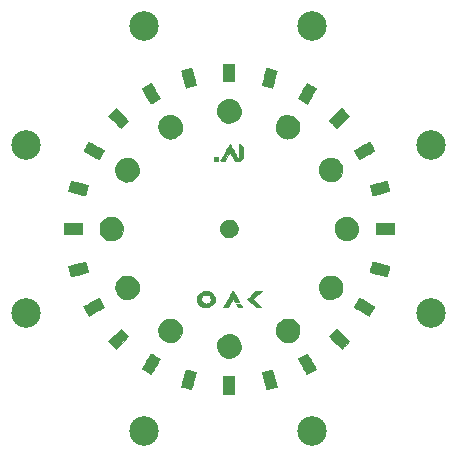
<source format=gbr>
%TF.GenerationSoftware,KiCad,Pcbnew,(5.1.6)-1*%
%TF.CreationDate,2025-07-06T20:15:57+05:30*%
%TF.ProjectId,Project_OAK_WATCH_DIAL_V0,50726f6a-6563-4745-9f4f-414b5f574154,A*%
%TF.SameCoordinates,Original*%
%TF.FileFunction,Soldermask,Top*%
%TF.FilePolarity,Negative*%
%FSLAX46Y46*%
G04 Gerber Fmt 4.6, Leading zero omitted, Abs format (unit mm)*
G04 Created by KiCad (PCBNEW (5.1.6)-1) date 2025-07-06 20:15:57*
%MOMM*%
%LPD*%
G01*
G04 APERTURE LIST*
%ADD10C,0.010000*%
%ADD11C,2.500000*%
G04 APERTURE END LIST*
D10*
%TO.C,G\u002A\u002A\u002A*%
G36*
X70946433Y-81004833D02*
G01*
X70036267Y-81004833D01*
X70036267Y-79502000D01*
X70946433Y-79502000D01*
X70946433Y-81004833D01*
G37*
X70946433Y-81004833D02*
X70036267Y-81004833D01*
X70036267Y-79502000D01*
X70946433Y-79502000D01*
X70946433Y-81004833D01*
G36*
X73753026Y-79894237D02*
G01*
X73845489Y-79913869D01*
X73975349Y-79945985D01*
X74109525Y-79981508D01*
X74236317Y-80015957D01*
X74348405Y-80046769D01*
X74439658Y-80072229D01*
X74503945Y-80090621D01*
X74535135Y-80100232D01*
X74537089Y-80101100D01*
X74533286Y-80122157D01*
X74519745Y-80178722D01*
X74497835Y-80265451D01*
X74468927Y-80377002D01*
X74434389Y-80508033D01*
X74395592Y-80653200D01*
X74394762Y-80656286D01*
X74352752Y-80812460D01*
X74311906Y-80964377D01*
X74274263Y-81104442D01*
X74241865Y-81225061D01*
X74216753Y-81318639D01*
X74203004Y-81369958D01*
X74179417Y-81452669D01*
X74160343Y-81501932D01*
X74141406Y-81525686D01*
X74118229Y-81531873D01*
X74113823Y-81531762D01*
X74079602Y-81525568D01*
X74011989Y-81509709D01*
X73918327Y-81486039D01*
X73805961Y-81456414D01*
X73687517Y-81424147D01*
X73567144Y-81390544D01*
X73461500Y-81360462D01*
X73377102Y-81335805D01*
X73320467Y-81318477D01*
X73298111Y-81310382D01*
X73298092Y-81310363D01*
X73301457Y-81288936D01*
X73314476Y-81232386D01*
X73335635Y-81146422D01*
X73363423Y-81036755D01*
X73396328Y-80909097D01*
X73432836Y-80769157D01*
X73471436Y-80622646D01*
X73510615Y-80475275D01*
X73548861Y-80332754D01*
X73584661Y-80200794D01*
X73616503Y-80085105D01*
X73642875Y-79991398D01*
X73662264Y-79925383D01*
X73673158Y-79892771D01*
X73673967Y-79891110D01*
X73696379Y-79886760D01*
X73753026Y-79894237D01*
G37*
X73753026Y-79894237D02*
X73845489Y-79913869D01*
X73975349Y-79945985D01*
X74109525Y-79981508D01*
X74236317Y-80015957D01*
X74348405Y-80046769D01*
X74439658Y-80072229D01*
X74503945Y-80090621D01*
X74535135Y-80100232D01*
X74537089Y-80101100D01*
X74533286Y-80122157D01*
X74519745Y-80178722D01*
X74497835Y-80265451D01*
X74468927Y-80377002D01*
X74434389Y-80508033D01*
X74395592Y-80653200D01*
X74394762Y-80656286D01*
X74352752Y-80812460D01*
X74311906Y-80964377D01*
X74274263Y-81104442D01*
X74241865Y-81225061D01*
X74216753Y-81318639D01*
X74203004Y-81369958D01*
X74179417Y-81452669D01*
X74160343Y-81501932D01*
X74141406Y-81525686D01*
X74118229Y-81531873D01*
X74113823Y-81531762D01*
X74079602Y-81525568D01*
X74011989Y-81509709D01*
X73918327Y-81486039D01*
X73805961Y-81456414D01*
X73687517Y-81424147D01*
X73567144Y-81390544D01*
X73461500Y-81360462D01*
X73377102Y-81335805D01*
X73320467Y-81318477D01*
X73298111Y-81310382D01*
X73298092Y-81310363D01*
X73301457Y-81288936D01*
X73314476Y-81232386D01*
X73335635Y-81146422D01*
X73363423Y-81036755D01*
X73396328Y-80909097D01*
X73432836Y-80769157D01*
X73471436Y-80622646D01*
X73510615Y-80475275D01*
X73548861Y-80332754D01*
X73584661Y-80200794D01*
X73616503Y-80085105D01*
X73642875Y-79991398D01*
X73662264Y-79925383D01*
X73673158Y-79892771D01*
X73673967Y-79891110D01*
X73696379Y-79886760D01*
X73753026Y-79894237D01*
G36*
X67321788Y-79903554D02*
G01*
X67338394Y-79962436D01*
X67363204Y-80052555D01*
X67394897Y-80169069D01*
X67432155Y-80307134D01*
X67473659Y-80461908D01*
X67505570Y-80581500D01*
X67549387Y-80745881D01*
X67589897Y-80897549D01*
X67625775Y-81031568D01*
X67655697Y-81143001D01*
X67678336Y-81226912D01*
X67692370Y-81278365D01*
X67696388Y-81292501D01*
X67679029Y-81303263D01*
X67627968Y-81322543D01*
X67550486Y-81348243D01*
X67453863Y-81378265D01*
X67345378Y-81410511D01*
X67232310Y-81442883D01*
X67121940Y-81473283D01*
X67021547Y-81499613D01*
X66938411Y-81519775D01*
X66879811Y-81531671D01*
X66858512Y-81533977D01*
X66845533Y-81517848D01*
X66825311Y-81468485D01*
X66797391Y-81384404D01*
X66761316Y-81264121D01*
X66716629Y-81106151D01*
X66662873Y-80909011D01*
X66640433Y-80825242D01*
X66596540Y-80659013D01*
X66556989Y-80505905D01*
X66522940Y-80370675D01*
X66495555Y-80258077D01*
X66475994Y-80172869D01*
X66465418Y-80119805D01*
X66464296Y-80103581D01*
X66489030Y-80093126D01*
X66546451Y-80074906D01*
X66629170Y-80050858D01*
X66729794Y-80022917D01*
X66840935Y-79993020D01*
X66955202Y-79963104D01*
X67065205Y-79935106D01*
X67163553Y-79910961D01*
X67242856Y-79892606D01*
X67295723Y-79881978D01*
X67314704Y-79880750D01*
X67321788Y-79903554D01*
G37*
X67321788Y-79903554D02*
X67338394Y-79962436D01*
X67363204Y-80052555D01*
X67394897Y-80169069D01*
X67432155Y-80307134D01*
X67473659Y-80461908D01*
X67505570Y-80581500D01*
X67549387Y-80745881D01*
X67589897Y-80897549D01*
X67625775Y-81031568D01*
X67655697Y-81143001D01*
X67678336Y-81226912D01*
X67692370Y-81278365D01*
X67696388Y-81292501D01*
X67679029Y-81303263D01*
X67627968Y-81322543D01*
X67550486Y-81348243D01*
X67453863Y-81378265D01*
X67345378Y-81410511D01*
X67232310Y-81442883D01*
X67121940Y-81473283D01*
X67021547Y-81499613D01*
X66938411Y-81519775D01*
X66879811Y-81531671D01*
X66858512Y-81533977D01*
X66845533Y-81517848D01*
X66825311Y-81468485D01*
X66797391Y-81384404D01*
X66761316Y-81264121D01*
X66716629Y-81106151D01*
X66662873Y-80909011D01*
X66640433Y-80825242D01*
X66596540Y-80659013D01*
X66556989Y-80505905D01*
X66522940Y-80370675D01*
X66495555Y-80258077D01*
X66475994Y-80172869D01*
X66465418Y-80119805D01*
X66464296Y-80103581D01*
X66489030Y-80093126D01*
X66546451Y-80074906D01*
X66629170Y-80050858D01*
X66729794Y-80022917D01*
X66840935Y-79993020D01*
X66955202Y-79963104D01*
X67065205Y-79935106D01*
X67163553Y-79910961D01*
X67242856Y-79892606D01*
X67295723Y-79881978D01*
X67314704Y-79880750D01*
X67321788Y-79903554D01*
G36*
X77127963Y-81189582D02*
G01*
X77188932Y-81217662D01*
X77276672Y-81263971D01*
X77394739Y-81330228D01*
X77472297Y-81374872D01*
X77585554Y-81441097D01*
X77685256Y-81500588D01*
X77765956Y-81549995D01*
X77822210Y-81585972D01*
X77848573Y-81605171D01*
X77849860Y-81607006D01*
X77839892Y-81628915D01*
X77811535Y-81681892D01*
X77767738Y-81760842D01*
X77711450Y-81860672D01*
X77645617Y-81976288D01*
X77573189Y-82102596D01*
X77497113Y-82234503D01*
X77420338Y-82366915D01*
X77345812Y-82494737D01*
X77276482Y-82612877D01*
X77215299Y-82716240D01*
X77165209Y-82799733D01*
X77129160Y-82858262D01*
X77110102Y-82886733D01*
X77108054Y-82888665D01*
X77086692Y-82878566D01*
X77034369Y-82850372D01*
X76956739Y-82807233D01*
X76859454Y-82752296D01*
X76748171Y-82688714D01*
X76719261Y-82672087D01*
X76584159Y-82593245D01*
X76483398Y-82531868D01*
X76413811Y-82485791D01*
X76372233Y-82452850D01*
X76355497Y-82430881D01*
X76355438Y-82423381D01*
X76369774Y-82395009D01*
X76402139Y-82335947D01*
X76449446Y-82251549D01*
X76508605Y-82147166D01*
X76576530Y-82028151D01*
X76650131Y-81899856D01*
X76726321Y-81767634D01*
X76802011Y-81636837D01*
X76874113Y-81512818D01*
X76939540Y-81400928D01*
X76995202Y-81306521D01*
X77038011Y-81234949D01*
X77064881Y-81191564D01*
X77072126Y-81181225D01*
X77090213Y-81178009D01*
X77127963Y-81189582D01*
G37*
X77127963Y-81189582D02*
X77188932Y-81217662D01*
X77276672Y-81263971D01*
X77394739Y-81330228D01*
X77472297Y-81374872D01*
X77585554Y-81441097D01*
X77685256Y-81500588D01*
X77765956Y-81549995D01*
X77822210Y-81585972D01*
X77848573Y-81605171D01*
X77849860Y-81607006D01*
X77839892Y-81628915D01*
X77811535Y-81681892D01*
X77767738Y-81760842D01*
X77711450Y-81860672D01*
X77645617Y-81976288D01*
X77573189Y-82102596D01*
X77497113Y-82234503D01*
X77420338Y-82366915D01*
X77345812Y-82494737D01*
X77276482Y-82612877D01*
X77215299Y-82716240D01*
X77165209Y-82799733D01*
X77129160Y-82858262D01*
X77110102Y-82886733D01*
X77108054Y-82888665D01*
X77086692Y-82878566D01*
X77034369Y-82850372D01*
X76956739Y-82807233D01*
X76859454Y-82752296D01*
X76748171Y-82688714D01*
X76719261Y-82672087D01*
X76584159Y-82593245D01*
X76483398Y-82531868D01*
X76413811Y-82485791D01*
X76372233Y-82452850D01*
X76355497Y-82430881D01*
X76355438Y-82423381D01*
X76369774Y-82395009D01*
X76402139Y-82335947D01*
X76449446Y-82251549D01*
X76508605Y-82147166D01*
X76576530Y-82028151D01*
X76650131Y-81899856D01*
X76726321Y-81767634D01*
X76802011Y-81636837D01*
X76874113Y-81512818D01*
X76939540Y-81400928D01*
X76995202Y-81306521D01*
X77038011Y-81234949D01*
X77064881Y-81191564D01*
X77072126Y-81181225D01*
X77090213Y-81178009D01*
X77127963Y-81189582D01*
G36*
X63923044Y-81181017D02*
G01*
X63955653Y-81235956D01*
X64002754Y-81316741D01*
X64061414Y-81418223D01*
X64128700Y-81535257D01*
X64201679Y-81662693D01*
X64277418Y-81795386D01*
X64352986Y-81928188D01*
X64425448Y-82055952D01*
X64491873Y-82173530D01*
X64549327Y-82275775D01*
X64594878Y-82357541D01*
X64625593Y-82413679D01*
X64638538Y-82439042D01*
X64638767Y-82439867D01*
X64621460Y-82454351D01*
X64573972Y-82485782D01*
X64502950Y-82530233D01*
X64415044Y-82583777D01*
X64316901Y-82642488D01*
X64215171Y-82702439D01*
X64116500Y-82759704D01*
X64027537Y-82810356D01*
X63954931Y-82850468D01*
X63905331Y-82876115D01*
X63887871Y-82883355D01*
X63872630Y-82866901D01*
X63839061Y-82817762D01*
X63789711Y-82740080D01*
X63727124Y-82637998D01*
X63653848Y-82515660D01*
X63572428Y-82377210D01*
X63499265Y-82250903D01*
X63399215Y-82076346D01*
X63319063Y-81934787D01*
X63257080Y-81822835D01*
X63211535Y-81737098D01*
X63180699Y-81674182D01*
X63162842Y-81630696D01*
X63156234Y-81603248D01*
X63159144Y-81588444D01*
X63160599Y-81586811D01*
X63186983Y-81568376D01*
X63241618Y-81534365D01*
X63317851Y-81488604D01*
X63409030Y-81434920D01*
X63508502Y-81377137D01*
X63609616Y-81319083D01*
X63705717Y-81264581D01*
X63790155Y-81217459D01*
X63856276Y-81181542D01*
X63897428Y-81160656D01*
X63907859Y-81157070D01*
X63923044Y-81181017D01*
G37*
X63923044Y-81181017D02*
X63955653Y-81235956D01*
X64002754Y-81316741D01*
X64061414Y-81418223D01*
X64128700Y-81535257D01*
X64201679Y-81662693D01*
X64277418Y-81795386D01*
X64352986Y-81928188D01*
X64425448Y-82055952D01*
X64491873Y-82173530D01*
X64549327Y-82275775D01*
X64594878Y-82357541D01*
X64625593Y-82413679D01*
X64638538Y-82439042D01*
X64638767Y-82439867D01*
X64621460Y-82454351D01*
X64573972Y-82485782D01*
X64502950Y-82530233D01*
X64415044Y-82583777D01*
X64316901Y-82642488D01*
X64215171Y-82702439D01*
X64116500Y-82759704D01*
X64027537Y-82810356D01*
X63954931Y-82850468D01*
X63905331Y-82876115D01*
X63887871Y-82883355D01*
X63872630Y-82866901D01*
X63839061Y-82817762D01*
X63789711Y-82740080D01*
X63727124Y-82637998D01*
X63653848Y-82515660D01*
X63572428Y-82377210D01*
X63499265Y-82250903D01*
X63399215Y-82076346D01*
X63319063Y-81934787D01*
X63257080Y-81822835D01*
X63211535Y-81737098D01*
X63180699Y-81674182D01*
X63162842Y-81630696D01*
X63156234Y-81603248D01*
X63159144Y-81588444D01*
X63160599Y-81586811D01*
X63186983Y-81568376D01*
X63241618Y-81534365D01*
X63317851Y-81488604D01*
X63409030Y-81434920D01*
X63508502Y-81377137D01*
X63609616Y-81319083D01*
X63705717Y-81264581D01*
X63790155Y-81217459D01*
X63856276Y-81181542D01*
X63897428Y-81160656D01*
X63907859Y-81157070D01*
X63923044Y-81181017D01*
G36*
X70677152Y-82530209D02*
G01*
X70853129Y-82578647D01*
X71019862Y-82660962D01*
X71172471Y-82777700D01*
X71287604Y-82904618D01*
X71391197Y-83066673D01*
X71457080Y-83237320D01*
X71489069Y-83426799D01*
X71490705Y-83449583D01*
X71483511Y-83652557D01*
X71437863Y-83843728D01*
X71356946Y-84018924D01*
X71243944Y-84173974D01*
X71102044Y-84304709D01*
X70934431Y-84406956D01*
X70744289Y-84476546D01*
X70698144Y-84487400D01*
X70588177Y-84507441D01*
X70498121Y-84514232D01*
X70407851Y-84508282D01*
X70332600Y-84496602D01*
X70155728Y-84449040D01*
X69990312Y-84368763D01*
X69940137Y-84337073D01*
X69812165Y-84236763D01*
X69707290Y-84117959D01*
X69616687Y-83970159D01*
X69594450Y-83925833D01*
X69561916Y-83856887D01*
X69540179Y-83802133D01*
X69527063Y-83749874D01*
X69520392Y-83688415D01*
X69517991Y-83606060D01*
X69517683Y-83513083D01*
X69518175Y-83404505D01*
X69521136Y-83326412D01*
X69528797Y-83266955D01*
X69543388Y-83214285D01*
X69567140Y-83156554D01*
X69596603Y-83093804D01*
X69700583Y-82920400D01*
X69829494Y-82777049D01*
X69978455Y-82664298D01*
X70142584Y-82582692D01*
X70316997Y-82532778D01*
X70496814Y-82515101D01*
X70677152Y-82530209D01*
G37*
X70677152Y-82530209D02*
X70853129Y-82578647D01*
X71019862Y-82660962D01*
X71172471Y-82777700D01*
X71287604Y-82904618D01*
X71391197Y-83066673D01*
X71457080Y-83237320D01*
X71489069Y-83426799D01*
X71490705Y-83449583D01*
X71483511Y-83652557D01*
X71437863Y-83843728D01*
X71356946Y-84018924D01*
X71243944Y-84173974D01*
X71102044Y-84304709D01*
X70934431Y-84406956D01*
X70744289Y-84476546D01*
X70698144Y-84487400D01*
X70588177Y-84507441D01*
X70498121Y-84514232D01*
X70407851Y-84508282D01*
X70332600Y-84496602D01*
X70155728Y-84449040D01*
X69990312Y-84368763D01*
X69940137Y-84337073D01*
X69812165Y-84236763D01*
X69707290Y-84117959D01*
X69616687Y-83970159D01*
X69594450Y-83925833D01*
X69561916Y-83856887D01*
X69540179Y-83802133D01*
X69527063Y-83749874D01*
X69520392Y-83688415D01*
X69517991Y-83606060D01*
X69517683Y-83513083D01*
X69518175Y-83404505D01*
X69521136Y-83326412D01*
X69528797Y-83266955D01*
X69543388Y-83214285D01*
X69567140Y-83156554D01*
X69596603Y-83093804D01*
X69700583Y-82920400D01*
X69829494Y-82777049D01*
X69978455Y-82664298D01*
X70142584Y-82582692D01*
X70316997Y-82532778D01*
X70496814Y-82515101D01*
X70677152Y-82530209D01*
G36*
X80365601Y-83597751D02*
G01*
X80683209Y-83914829D01*
X80159438Y-84438915D01*
X80037171Y-84560952D01*
X79924408Y-84672920D01*
X79824619Y-84771418D01*
X79741271Y-84853049D01*
X79677836Y-84914411D01*
X79637781Y-84952104D01*
X79624661Y-84963000D01*
X79607097Y-84948698D01*
X79564307Y-84908736D01*
X79500858Y-84847532D01*
X79421314Y-84769504D01*
X79330241Y-84679068D01*
X79301759Y-84650584D01*
X78989864Y-84338168D01*
X79518929Y-83809421D01*
X80047994Y-83280673D01*
X80365601Y-83597751D01*
G37*
X80365601Y-83597751D02*
X80683209Y-83914829D01*
X80159438Y-84438915D01*
X80037171Y-84560952D01*
X79924408Y-84672920D01*
X79824619Y-84771418D01*
X79741271Y-84853049D01*
X79677836Y-84914411D01*
X79637781Y-84952104D01*
X79624661Y-84963000D01*
X79607097Y-84948698D01*
X79564307Y-84908736D01*
X79500858Y-84847532D01*
X79421314Y-84769504D01*
X79330241Y-84679068D01*
X79301759Y-84650584D01*
X78989864Y-84338168D01*
X79518929Y-83809421D01*
X80047994Y-83280673D01*
X80365601Y-83597751D01*
G36*
X61463771Y-83809421D02*
G01*
X61992836Y-84338168D01*
X61680941Y-84650584D01*
X61587332Y-84743844D01*
X61503902Y-84826003D01*
X61435216Y-84892644D01*
X61385839Y-84939350D01*
X61360337Y-84961703D01*
X61358039Y-84963000D01*
X61341045Y-84948560D01*
X61297664Y-84907507D01*
X61231367Y-84843239D01*
X61145622Y-84759158D01*
X61043898Y-84658663D01*
X60929665Y-84545152D01*
X60823262Y-84438915D01*
X60299491Y-83914829D01*
X60617098Y-83597751D01*
X60934706Y-83280673D01*
X61463771Y-83809421D01*
G37*
X61463771Y-83809421D02*
X61992836Y-84338168D01*
X61680941Y-84650584D01*
X61587332Y-84743844D01*
X61503902Y-84826003D01*
X61435216Y-84892644D01*
X61385839Y-84939350D01*
X61360337Y-84961703D01*
X61358039Y-84963000D01*
X61341045Y-84948560D01*
X61297664Y-84907507D01*
X61231367Y-84843239D01*
X61145622Y-84759158D01*
X61043898Y-84658663D01*
X60929665Y-84545152D01*
X60823262Y-84438915D01*
X60299491Y-83914829D01*
X60617098Y-83597751D01*
X60934706Y-83280673D01*
X61463771Y-83809421D01*
G36*
X75529017Y-83868090D02*
G01*
X75731568Y-83901137D01*
X75916556Y-83970840D01*
X76080634Y-84073981D01*
X76220455Y-84207344D01*
X76332674Y-84367710D01*
X76413946Y-84551862D01*
X76460923Y-84756581D01*
X76462074Y-84765402D01*
X76464482Y-84947336D01*
X76428386Y-85128065D01*
X76357327Y-85301469D01*
X76254847Y-85461425D01*
X76124488Y-85601808D01*
X75969792Y-85716497D01*
X75885766Y-85761657D01*
X75803671Y-85799001D01*
X75737671Y-85822802D01*
X75672381Y-85836532D01*
X75592413Y-85843664D01*
X75507850Y-85846943D01*
X75398220Y-85848339D01*
X75315339Y-85843661D01*
X75243831Y-85831023D01*
X75168319Y-85808542D01*
X75153768Y-85803532D01*
X74968114Y-85718155D01*
X74807440Y-85602690D01*
X74674617Y-85461706D01*
X74572514Y-85299773D01*
X74504001Y-85121463D01*
X74471948Y-84931345D01*
X74479225Y-84733989D01*
X74479768Y-84730167D01*
X74528189Y-84531748D01*
X74611153Y-84352831D01*
X74724589Y-84196758D01*
X74864432Y-84066871D01*
X75026612Y-83966511D01*
X75207062Y-83899023D01*
X75401713Y-83867747D01*
X75529017Y-83868090D01*
G37*
X75529017Y-83868090D02*
X75731568Y-83901137D01*
X75916556Y-83970840D01*
X76080634Y-84073981D01*
X76220455Y-84207344D01*
X76332674Y-84367710D01*
X76413946Y-84551862D01*
X76460923Y-84756581D01*
X76462074Y-84765402D01*
X76464482Y-84947336D01*
X76428386Y-85128065D01*
X76357327Y-85301469D01*
X76254847Y-85461425D01*
X76124488Y-85601808D01*
X75969792Y-85716497D01*
X75885766Y-85761657D01*
X75803671Y-85799001D01*
X75737671Y-85822802D01*
X75672381Y-85836532D01*
X75592413Y-85843664D01*
X75507850Y-85846943D01*
X75398220Y-85848339D01*
X75315339Y-85843661D01*
X75243831Y-85831023D01*
X75168319Y-85808542D01*
X75153768Y-85803532D01*
X74968114Y-85718155D01*
X74807440Y-85602690D01*
X74674617Y-85461706D01*
X74572514Y-85299773D01*
X74504001Y-85121463D01*
X74471948Y-84931345D01*
X74479225Y-84733989D01*
X74479768Y-84730167D01*
X74528189Y-84531748D01*
X74611153Y-84352831D01*
X74724589Y-84196758D01*
X74864432Y-84066871D01*
X75026612Y-83966511D01*
X75207062Y-83899023D01*
X75401713Y-83867747D01*
X75529017Y-83868090D01*
G36*
X65669760Y-83868020D02*
G01*
X65741924Y-83880313D01*
X65817395Y-83902311D01*
X65822958Y-83904178D01*
X66008910Y-83987197D01*
X66167579Y-84098554D01*
X66297874Y-84233501D01*
X66398710Y-84387290D01*
X66468997Y-84555176D01*
X66507648Y-84732410D01*
X66513575Y-84914245D01*
X66485690Y-85095935D01*
X66422906Y-85272732D01*
X66324133Y-85439888D01*
X66206026Y-85575781D01*
X66052046Y-85696883D01*
X65877313Y-85784135D01*
X65688560Y-85835885D01*
X65492521Y-85850480D01*
X65295928Y-85826268D01*
X65242017Y-85812400D01*
X65057233Y-85737859D01*
X64893261Y-85628812D01*
X64754031Y-85489572D01*
X64643473Y-85324456D01*
X64565514Y-85137776D01*
X64541018Y-85042691D01*
X64520646Y-84844274D01*
X64541903Y-84648051D01*
X64604102Y-84457403D01*
X64692765Y-84296017D01*
X64793335Y-84167609D01*
X64912104Y-84062716D01*
X65059683Y-83972418D01*
X65104433Y-83950062D01*
X65183951Y-83913677D01*
X65249398Y-83890397D01*
X65316033Y-83876757D01*
X65399110Y-83869290D01*
X65474850Y-83865893D01*
X65585777Y-83863768D01*
X65669760Y-83868020D01*
G37*
X65669760Y-83868020D02*
X65741924Y-83880313D01*
X65817395Y-83902311D01*
X65822958Y-83904178D01*
X66008910Y-83987197D01*
X66167579Y-84098554D01*
X66297874Y-84233501D01*
X66398710Y-84387290D01*
X66468997Y-84555176D01*
X66507648Y-84732410D01*
X66513575Y-84914245D01*
X66485690Y-85095935D01*
X66422906Y-85272732D01*
X66324133Y-85439888D01*
X66206026Y-85575781D01*
X66052046Y-85696883D01*
X65877313Y-85784135D01*
X65688560Y-85835885D01*
X65492521Y-85850480D01*
X65295928Y-85826268D01*
X65242017Y-85812400D01*
X65057233Y-85737859D01*
X64893261Y-85628812D01*
X64754031Y-85489572D01*
X64643473Y-85324456D01*
X64565514Y-85137776D01*
X64541018Y-85042691D01*
X64520646Y-84844274D01*
X64541903Y-84648051D01*
X64604102Y-84457403D01*
X64692765Y-84296017D01*
X64793335Y-84167609D01*
X64912104Y-84062716D01*
X65059683Y-83972418D01*
X65104433Y-83950062D01*
X65183951Y-83913677D01*
X65249398Y-83890397D01*
X65316033Y-83876757D01*
X65399110Y-83869290D01*
X65474850Y-83865893D01*
X65585777Y-83863768D01*
X65669760Y-83868020D01*
G36*
X82378434Y-86130324D02*
G01*
X82407821Y-86180635D01*
X82451885Y-86256608D01*
X82507423Y-86352719D01*
X82571234Y-86463445D01*
X82588724Y-86493842D01*
X82662760Y-86623589D01*
X82717090Y-86721769D01*
X82753886Y-86793060D01*
X82775319Y-86842138D01*
X82783557Y-86873679D01*
X82780773Y-86892360D01*
X82776294Y-86898010D01*
X82753140Y-86913201D01*
X82698596Y-86946328D01*
X82618006Y-86994287D01*
X82516715Y-87053975D01*
X82400067Y-87122288D01*
X82273407Y-87196122D01*
X82142080Y-87272374D01*
X82011429Y-87347939D01*
X81886800Y-87419715D01*
X81773537Y-87484598D01*
X81676984Y-87539484D01*
X81602486Y-87581269D01*
X81558170Y-87605395D01*
X81541891Y-87611513D01*
X81525480Y-87608830D01*
X81505741Y-87593042D01*
X81479477Y-87559843D01*
X81443491Y-87504928D01*
X81394586Y-87423992D01*
X81329567Y-87312730D01*
X81289676Y-87243795D01*
X81223774Y-87129083D01*
X81166112Y-87027448D01*
X81119711Y-86944320D01*
X81087593Y-86885131D01*
X81072778Y-86855312D01*
X81072196Y-86852848D01*
X81092821Y-86839716D01*
X81144692Y-86808881D01*
X81222752Y-86763242D01*
X81321943Y-86705694D01*
X81437208Y-86639136D01*
X81563487Y-86566464D01*
X81695725Y-86490576D01*
X81828863Y-86414369D01*
X81957842Y-86340740D01*
X82077606Y-86272586D01*
X82183095Y-86212805D01*
X82269254Y-86164293D01*
X82331023Y-86129949D01*
X82363345Y-86112669D01*
X82366926Y-86111200D01*
X82378434Y-86130324D01*
G37*
X82378434Y-86130324D02*
X82407821Y-86180635D01*
X82451885Y-86256608D01*
X82507423Y-86352719D01*
X82571234Y-86463445D01*
X82588724Y-86493842D01*
X82662760Y-86623589D01*
X82717090Y-86721769D01*
X82753886Y-86793060D01*
X82775319Y-86842138D01*
X82783557Y-86873679D01*
X82780773Y-86892360D01*
X82776294Y-86898010D01*
X82753140Y-86913201D01*
X82698596Y-86946328D01*
X82618006Y-86994287D01*
X82516715Y-87053975D01*
X82400067Y-87122288D01*
X82273407Y-87196122D01*
X82142080Y-87272374D01*
X82011429Y-87347939D01*
X81886800Y-87419715D01*
X81773537Y-87484598D01*
X81676984Y-87539484D01*
X81602486Y-87581269D01*
X81558170Y-87605395D01*
X81541891Y-87611513D01*
X81525480Y-87608830D01*
X81505741Y-87593042D01*
X81479477Y-87559843D01*
X81443491Y-87504928D01*
X81394586Y-87423992D01*
X81329567Y-87312730D01*
X81289676Y-87243795D01*
X81223774Y-87129083D01*
X81166112Y-87027448D01*
X81119711Y-86944320D01*
X81087593Y-86885131D01*
X81072778Y-86855312D01*
X81072196Y-86852848D01*
X81092821Y-86839716D01*
X81144692Y-86808881D01*
X81222752Y-86763242D01*
X81321943Y-86705694D01*
X81437208Y-86639136D01*
X81563487Y-86566464D01*
X81695725Y-86490576D01*
X81828863Y-86414369D01*
X81957842Y-86340740D01*
X82077606Y-86272586D01*
X82183095Y-86212805D01*
X82269254Y-86164293D01*
X82331023Y-86129949D01*
X82363345Y-86112669D01*
X82366926Y-86111200D01*
X82378434Y-86130324D01*
G36*
X58637465Y-86117760D02*
G01*
X58687675Y-86144702D01*
X58764324Y-86187095D01*
X58862330Y-86242032D01*
X58976612Y-86306604D01*
X59102089Y-86377903D01*
X59233679Y-86453019D01*
X59366300Y-86529045D01*
X59494871Y-86603071D01*
X59614310Y-86672189D01*
X59719536Y-86733491D01*
X59805467Y-86784067D01*
X59867021Y-86821010D01*
X59899118Y-86841410D01*
X59902108Y-86843737D01*
X59895693Y-86864360D01*
X59871723Y-86914914D01*
X59833890Y-86988714D01*
X59785887Y-87079076D01*
X59731404Y-87179315D01*
X59674136Y-87282747D01*
X59617773Y-87382688D01*
X59566007Y-87472453D01*
X59522532Y-87545358D01*
X59491039Y-87594718D01*
X59477730Y-87612049D01*
X59456740Y-87605076D01*
X59403527Y-87579021D01*
X59322381Y-87536218D01*
X59217595Y-87479007D01*
X59093458Y-87409722D01*
X58954263Y-87330701D01*
X58834636Y-87261863D01*
X58686215Y-87175803D01*
X58549519Y-87096241D01*
X58428856Y-87025709D01*
X58328536Y-86966738D01*
X58252869Y-86921859D01*
X58206164Y-86893603D01*
X58192581Y-86884703D01*
X58199786Y-86864749D01*
X58224324Y-86814675D01*
X58262542Y-86741126D01*
X58310788Y-86650749D01*
X58365410Y-86550189D01*
X58422755Y-86446092D01*
X58479172Y-86345105D01*
X58531007Y-86253872D01*
X58574609Y-86179040D01*
X58606326Y-86127255D01*
X58618776Y-86109180D01*
X58637465Y-86117760D01*
G37*
X58637465Y-86117760D02*
X58687675Y-86144702D01*
X58764324Y-86187095D01*
X58862330Y-86242032D01*
X58976612Y-86306604D01*
X59102089Y-86377903D01*
X59233679Y-86453019D01*
X59366300Y-86529045D01*
X59494871Y-86603071D01*
X59614310Y-86672189D01*
X59719536Y-86733491D01*
X59805467Y-86784067D01*
X59867021Y-86821010D01*
X59899118Y-86841410D01*
X59902108Y-86843737D01*
X59895693Y-86864360D01*
X59871723Y-86914914D01*
X59833890Y-86988714D01*
X59785887Y-87079076D01*
X59731404Y-87179315D01*
X59674136Y-87282747D01*
X59617773Y-87382688D01*
X59566007Y-87472453D01*
X59522532Y-87545358D01*
X59491039Y-87594718D01*
X59477730Y-87612049D01*
X59456740Y-87605076D01*
X59403527Y-87579021D01*
X59322381Y-87536218D01*
X59217595Y-87479007D01*
X59093458Y-87409722D01*
X58954263Y-87330701D01*
X58834636Y-87261863D01*
X58686215Y-87175803D01*
X58549519Y-87096241D01*
X58428856Y-87025709D01*
X58328536Y-86966738D01*
X58252869Y-86921859D01*
X58206164Y-86893603D01*
X58192581Y-86884703D01*
X58199786Y-86864749D01*
X58224324Y-86814675D01*
X58262542Y-86741126D01*
X58310788Y-86650749D01*
X58365410Y-86550189D01*
X58422755Y-86446092D01*
X58479172Y-86345105D01*
X58531007Y-86253872D01*
X58574609Y-86179040D01*
X58606326Y-86127255D01*
X58618776Y-86109180D01*
X58637465Y-86117760D01*
G36*
X70586463Y-86316885D02*
G01*
X70615460Y-86363734D01*
X70658553Y-86435928D01*
X70712426Y-86527687D01*
X70773762Y-86633226D01*
X70839243Y-86746765D01*
X70905554Y-86862521D01*
X70969377Y-86974712D01*
X71027395Y-87077555D01*
X71076292Y-87165270D01*
X71112749Y-87232072D01*
X71133452Y-87272181D01*
X71136933Y-87280957D01*
X71117344Y-87285533D01*
X71064884Y-87289078D01*
X70989011Y-87291075D01*
X70946980Y-87291333D01*
X70757028Y-87291333D01*
X70669119Y-87131158D01*
X70581210Y-86970984D01*
X70369815Y-87342825D01*
X70158420Y-87714667D01*
X69970343Y-87714667D01*
X69887033Y-87713768D01*
X69822635Y-87711364D01*
X69786656Y-87707890D01*
X69782267Y-87706038D01*
X69792259Y-87686555D01*
X69820390Y-87635178D01*
X69863884Y-87556822D01*
X69919971Y-87456401D01*
X69985876Y-87338830D01*
X70058828Y-87209024D01*
X70136053Y-87071897D01*
X70214778Y-86932364D01*
X70292231Y-86795340D01*
X70365639Y-86665739D01*
X70432230Y-86548477D01*
X70489229Y-86448466D01*
X70533865Y-86370624D01*
X70563365Y-86319863D01*
X70574880Y-86301164D01*
X70586463Y-86316885D01*
G37*
X70586463Y-86316885D02*
X70615460Y-86363734D01*
X70658553Y-86435928D01*
X70712426Y-86527687D01*
X70773762Y-86633226D01*
X70839243Y-86746765D01*
X70905554Y-86862521D01*
X70969377Y-86974712D01*
X71027395Y-87077555D01*
X71076292Y-87165270D01*
X71112749Y-87232072D01*
X71133452Y-87272181D01*
X71136933Y-87280957D01*
X71117344Y-87285533D01*
X71064884Y-87289078D01*
X70989011Y-87291075D01*
X70946980Y-87291333D01*
X70757028Y-87291333D01*
X70669119Y-87131158D01*
X70581210Y-86970984D01*
X70369815Y-87342825D01*
X70158420Y-87714667D01*
X69970343Y-87714667D01*
X69887033Y-87713768D01*
X69822635Y-87711364D01*
X69786656Y-87707890D01*
X69782267Y-87706038D01*
X69792259Y-87686555D01*
X69820390Y-87635178D01*
X69863884Y-87556822D01*
X69919971Y-87456401D01*
X69985876Y-87338830D01*
X70058828Y-87209024D01*
X70136053Y-87071897D01*
X70214778Y-86932364D01*
X70292231Y-86795340D01*
X70365639Y-86665739D01*
X70432230Y-86548477D01*
X70489229Y-86448466D01*
X70533865Y-86370624D01*
X70563365Y-86319863D01*
X70574880Y-86301164D01*
X70586463Y-86316885D01*
G36*
X69591767Y-87714667D02*
G01*
X69274267Y-87714667D01*
X69274267Y-87397167D01*
X69591767Y-87397167D01*
X69591767Y-87714667D01*
G37*
X69591767Y-87714667D02*
X69274267Y-87714667D01*
X69274267Y-87397167D01*
X69591767Y-87397167D01*
X69591767Y-87714667D01*
G36*
X71360616Y-86309452D02*
G01*
X71405601Y-86344428D01*
X71467875Y-86395612D01*
X71519484Y-86439375D01*
X71685961Y-86582250D01*
X71686347Y-87026750D01*
X71686732Y-87471250D01*
X71569528Y-87574045D01*
X71477184Y-87654792D01*
X71411878Y-87710845D01*
X71368940Y-87745565D01*
X71343705Y-87762311D01*
X71331505Y-87764443D01*
X71327672Y-87755320D01*
X71327433Y-87748298D01*
X71320560Y-87730999D01*
X71294629Y-87720716D01*
X71241668Y-87715818D01*
X71162986Y-87714667D01*
X70998538Y-87714667D01*
X70924861Y-87582761D01*
X70887503Y-87515402D01*
X70858722Y-87462617D01*
X70844412Y-87435227D01*
X70844128Y-87434594D01*
X70860463Y-87427453D01*
X70910133Y-87421909D01*
X70984147Y-87418760D01*
X71027187Y-87418333D01*
X71217301Y-87418333D01*
X71271541Y-87508292D01*
X71325781Y-87598250D01*
X71326607Y-86947375D01*
X71327211Y-86786247D01*
X71328527Y-86639637D01*
X71330450Y-86512656D01*
X71332871Y-86410412D01*
X71335685Y-86338017D01*
X71338784Y-86300580D01*
X71340220Y-86296500D01*
X71360616Y-86309452D01*
G37*
X71360616Y-86309452D02*
X71405601Y-86344428D01*
X71467875Y-86395612D01*
X71519484Y-86439375D01*
X71685961Y-86582250D01*
X71686347Y-87026750D01*
X71686732Y-87471250D01*
X71569528Y-87574045D01*
X71477184Y-87654792D01*
X71411878Y-87710845D01*
X71368940Y-87745565D01*
X71343705Y-87762311D01*
X71331505Y-87764443D01*
X71327672Y-87755320D01*
X71327433Y-87748298D01*
X71320560Y-87730999D01*
X71294629Y-87720716D01*
X71241668Y-87715818D01*
X71162986Y-87714667D01*
X70998538Y-87714667D01*
X70924861Y-87582761D01*
X70887503Y-87515402D01*
X70858722Y-87462617D01*
X70844412Y-87435227D01*
X70844128Y-87434594D01*
X70860463Y-87427453D01*
X70910133Y-87421909D01*
X70984147Y-87418760D01*
X71027187Y-87418333D01*
X71217301Y-87418333D01*
X71271541Y-87508292D01*
X71325781Y-87598250D01*
X71326607Y-86947375D01*
X71327211Y-86786247D01*
X71328527Y-86639637D01*
X71330450Y-86512656D01*
X71332871Y-86410412D01*
X71335685Y-86338017D01*
X71338784Y-86300580D01*
X71340220Y-86296500D01*
X71360616Y-86309452D01*
G36*
X79214761Y-87514075D02*
G01*
X79292854Y-87517036D01*
X79352312Y-87524697D01*
X79404981Y-87539288D01*
X79462712Y-87563040D01*
X79525463Y-87592503D01*
X79702522Y-87698715D01*
X79849326Y-87831228D01*
X79964249Y-87985388D01*
X80045670Y-88156536D01*
X80091963Y-88340017D01*
X80101505Y-88531176D01*
X80072671Y-88725355D01*
X80003840Y-88917900D01*
X79994472Y-88937335D01*
X79887681Y-89107960D01*
X79752569Y-89250258D01*
X79594285Y-89361826D01*
X79417976Y-89440258D01*
X79228790Y-89483152D01*
X79031876Y-89488102D01*
X78869865Y-89462554D01*
X78683847Y-89396367D01*
X78516579Y-89294856D01*
X78372273Y-89162452D01*
X78255137Y-89003590D01*
X78169382Y-88822701D01*
X78129859Y-88683357D01*
X78110355Y-88490083D01*
X78130367Y-88295628D01*
X78188109Y-88108101D01*
X78281795Y-87935609D01*
X78300340Y-87909487D01*
X78401443Y-87789306D01*
X78513721Y-87693150D01*
X78650401Y-87610380D01*
X78707251Y-87582225D01*
X78771416Y-87552927D01*
X78824409Y-87533417D01*
X78877757Y-87521713D01*
X78942986Y-87515832D01*
X79031622Y-87513791D01*
X79106183Y-87513583D01*
X79214761Y-87514075D01*
G37*
X79214761Y-87514075D02*
X79292854Y-87517036D01*
X79352312Y-87524697D01*
X79404981Y-87539288D01*
X79462712Y-87563040D01*
X79525463Y-87592503D01*
X79702522Y-87698715D01*
X79849326Y-87831228D01*
X79964249Y-87985388D01*
X80045670Y-88156536D01*
X80091963Y-88340017D01*
X80101505Y-88531176D01*
X80072671Y-88725355D01*
X80003840Y-88917900D01*
X79994472Y-88937335D01*
X79887681Y-89107960D01*
X79752569Y-89250258D01*
X79594285Y-89361826D01*
X79417976Y-89440258D01*
X79228790Y-89483152D01*
X79031876Y-89488102D01*
X78869865Y-89462554D01*
X78683847Y-89396367D01*
X78516579Y-89294856D01*
X78372273Y-89162452D01*
X78255137Y-89003590D01*
X78169382Y-88822701D01*
X78129859Y-88683357D01*
X78110355Y-88490083D01*
X78130367Y-88295628D01*
X78188109Y-88108101D01*
X78281795Y-87935609D01*
X78300340Y-87909487D01*
X78401443Y-87789306D01*
X78513721Y-87693150D01*
X78650401Y-87610380D01*
X78707251Y-87582225D01*
X78771416Y-87552927D01*
X78824409Y-87533417D01*
X78877757Y-87521713D01*
X78942986Y-87515832D01*
X79031622Y-87513791D01*
X79106183Y-87513583D01*
X79214761Y-87514075D01*
G36*
X62013102Y-87511025D02*
G01*
X62133688Y-87532526D01*
X62311739Y-87600935D01*
X62476171Y-87704849D01*
X62618870Y-87837795D01*
X62731721Y-87993305D01*
X62747702Y-88022177D01*
X62806625Y-88147762D01*
X62842546Y-88264739D01*
X62859723Y-88390971D01*
X62862859Y-88505222D01*
X62844287Y-88706628D01*
X62789176Y-88888211D01*
X62695967Y-89053497D01*
X62563098Y-89206012D01*
X62545165Y-89222929D01*
X62382372Y-89346388D01*
X62202878Y-89433171D01*
X62011988Y-89481930D01*
X61815007Y-89491321D01*
X61617240Y-89459996D01*
X61614148Y-89459170D01*
X61429988Y-89388895D01*
X61266531Y-89285465D01*
X61127107Y-89153948D01*
X61015047Y-88999414D01*
X60933679Y-88826929D01*
X60886335Y-88641562D01*
X60876343Y-88448380D01*
X60886256Y-88351339D01*
X60936664Y-88156233D01*
X61022700Y-87977567D01*
X61140247Y-87820196D01*
X61285186Y-87688977D01*
X61453401Y-87588767D01*
X61571525Y-87543101D01*
X61705991Y-87514859D01*
X61859687Y-87504045D01*
X62013102Y-87511025D01*
G37*
X62013102Y-87511025D02*
X62133688Y-87532526D01*
X62311739Y-87600935D01*
X62476171Y-87704849D01*
X62618870Y-87837795D01*
X62731721Y-87993305D01*
X62747702Y-88022177D01*
X62806625Y-88147762D01*
X62842546Y-88264739D01*
X62859723Y-88390971D01*
X62862859Y-88505222D01*
X62844287Y-88706628D01*
X62789176Y-88888211D01*
X62695967Y-89053497D01*
X62563098Y-89206012D01*
X62545165Y-89222929D01*
X62382372Y-89346388D01*
X62202878Y-89433171D01*
X62011988Y-89481930D01*
X61815007Y-89491321D01*
X61617240Y-89459996D01*
X61614148Y-89459170D01*
X61429988Y-89388895D01*
X61266531Y-89285465D01*
X61127107Y-89153948D01*
X61015047Y-88999414D01*
X60933679Y-88826929D01*
X60886335Y-88641562D01*
X60876343Y-88448380D01*
X60886256Y-88351339D01*
X60936664Y-88156233D01*
X61022700Y-87977567D01*
X61140247Y-87820196D01*
X61285186Y-87688977D01*
X61453401Y-87588767D01*
X61571525Y-87543101D01*
X61705991Y-87514859D01*
X61859687Y-87504045D01*
X62013102Y-87511025D01*
G36*
X83864469Y-89430479D02*
G01*
X83872671Y-89453882D01*
X83889030Y-89510289D01*
X83911628Y-89592327D01*
X83938549Y-89692619D01*
X83967875Y-89803793D01*
X83997690Y-89918474D01*
X84026076Y-90029288D01*
X84051117Y-90128860D01*
X84070897Y-90209816D01*
X84083497Y-90264782D01*
X84087001Y-90286384D01*
X84086970Y-90286421D01*
X84065684Y-90293142D01*
X84008261Y-90309400D01*
X83919487Y-90333890D01*
X83804147Y-90365307D01*
X83667026Y-90402346D01*
X83512909Y-90443701D01*
X83392433Y-90475863D01*
X83227823Y-90519765D01*
X83075725Y-90560432D01*
X82941115Y-90596524D01*
X82828969Y-90626703D01*
X82744261Y-90649631D01*
X82691967Y-90663971D01*
X82677257Y-90668201D01*
X82647173Y-90661188D01*
X82640950Y-90651185D01*
X82622870Y-90593278D01*
X82599402Y-90509780D01*
X82572356Y-90408093D01*
X82543543Y-90295619D01*
X82514774Y-90179760D01*
X82487859Y-90067918D01*
X82464608Y-89967496D01*
X82446833Y-89885895D01*
X82436344Y-89830518D01*
X82434894Y-89808809D01*
X82458850Y-89799840D01*
X82517546Y-89782072D01*
X82605297Y-89757011D01*
X82716419Y-89726160D01*
X82845224Y-89691025D01*
X82986029Y-89653111D01*
X83133149Y-89613921D01*
X83280897Y-89574960D01*
X83423589Y-89537733D01*
X83555540Y-89503745D01*
X83671063Y-89474499D01*
X83764475Y-89451501D01*
X83830090Y-89436255D01*
X83862222Y-89430266D01*
X83864469Y-89430479D01*
G37*
X83864469Y-89430479D02*
X83872671Y-89453882D01*
X83889030Y-89510289D01*
X83911628Y-89592327D01*
X83938549Y-89692619D01*
X83967875Y-89803793D01*
X83997690Y-89918474D01*
X84026076Y-90029288D01*
X84051117Y-90128860D01*
X84070897Y-90209816D01*
X84083497Y-90264782D01*
X84087001Y-90286384D01*
X84086970Y-90286421D01*
X84065684Y-90293142D01*
X84008261Y-90309400D01*
X83919487Y-90333890D01*
X83804147Y-90365307D01*
X83667026Y-90402346D01*
X83512909Y-90443701D01*
X83392433Y-90475863D01*
X83227823Y-90519765D01*
X83075725Y-90560432D01*
X82941115Y-90596524D01*
X82828969Y-90626703D01*
X82744261Y-90649631D01*
X82691967Y-90663971D01*
X82677257Y-90668201D01*
X82647173Y-90661188D01*
X82640950Y-90651185D01*
X82622870Y-90593278D01*
X82599402Y-90509780D01*
X82572356Y-90408093D01*
X82543543Y-90295619D01*
X82514774Y-90179760D01*
X82487859Y-90067918D01*
X82464608Y-89967496D01*
X82446833Y-89885895D01*
X82436344Y-89830518D01*
X82434894Y-89808809D01*
X82458850Y-89799840D01*
X82517546Y-89782072D01*
X82605297Y-89757011D01*
X82716419Y-89726160D01*
X82845224Y-89691025D01*
X82986029Y-89653111D01*
X83133149Y-89613921D01*
X83280897Y-89574960D01*
X83423589Y-89537733D01*
X83555540Y-89503745D01*
X83671063Y-89474499D01*
X83764475Y-89451501D01*
X83830090Y-89436255D01*
X83862222Y-89430266D01*
X83864469Y-89430479D01*
G36*
X57146833Y-89445805D02*
G01*
X57204389Y-89457526D01*
X57291342Y-89477451D01*
X57401971Y-89504095D01*
X57530560Y-89535975D01*
X57671391Y-89571606D01*
X57818743Y-89609504D01*
X57966901Y-89648184D01*
X58110144Y-89686163D01*
X58242755Y-89721956D01*
X58359016Y-89754079D01*
X58453208Y-89781047D01*
X58519613Y-89801377D01*
X58552513Y-89813583D01*
X58554682Y-89815026D01*
X58553543Y-89838677D01*
X58542215Y-89895406D01*
X58522744Y-89977788D01*
X58497174Y-90078398D01*
X58467551Y-90189812D01*
X58435921Y-90304605D01*
X58404329Y-90415352D01*
X58374820Y-90514628D01*
X58349440Y-90595009D01*
X58330233Y-90649070D01*
X58319325Y-90669371D01*
X58294854Y-90665119D01*
X58234415Y-90650911D01*
X58142863Y-90627995D01*
X58025055Y-90597620D01*
X57885845Y-90561034D01*
X57730090Y-90519486D01*
X57601999Y-90484915D01*
X57437377Y-90440106D01*
X57286164Y-90398644D01*
X57153113Y-90361856D01*
X57042977Y-90331068D01*
X56960509Y-90307607D01*
X56910462Y-90292800D01*
X56896992Y-90288115D01*
X56899562Y-90266086D01*
X56911772Y-90210794D01*
X56931619Y-90129674D01*
X56957100Y-90030164D01*
X56986213Y-89919701D01*
X57016953Y-89805720D01*
X57047319Y-89695660D01*
X57075308Y-89596956D01*
X57098916Y-89517046D01*
X57116141Y-89463367D01*
X57124391Y-89443773D01*
X57146833Y-89445805D01*
G37*
X57146833Y-89445805D02*
X57204389Y-89457526D01*
X57291342Y-89477451D01*
X57401971Y-89504095D01*
X57530560Y-89535975D01*
X57671391Y-89571606D01*
X57818743Y-89609504D01*
X57966901Y-89648184D01*
X58110144Y-89686163D01*
X58242755Y-89721956D01*
X58359016Y-89754079D01*
X58453208Y-89781047D01*
X58519613Y-89801377D01*
X58552513Y-89813583D01*
X58554682Y-89815026D01*
X58553543Y-89838677D01*
X58542215Y-89895406D01*
X58522744Y-89977788D01*
X58497174Y-90078398D01*
X58467551Y-90189812D01*
X58435921Y-90304605D01*
X58404329Y-90415352D01*
X58374820Y-90514628D01*
X58349440Y-90595009D01*
X58330233Y-90649070D01*
X58319325Y-90669371D01*
X58294854Y-90665119D01*
X58234415Y-90650911D01*
X58142863Y-90627995D01*
X58025055Y-90597620D01*
X57885845Y-90561034D01*
X57730090Y-90519486D01*
X57601999Y-90484915D01*
X57437377Y-90440106D01*
X57286164Y-90398644D01*
X57153113Y-90361856D01*
X57042977Y-90331068D01*
X56960509Y-90307607D01*
X56910462Y-90292800D01*
X56896992Y-90288115D01*
X56899562Y-90266086D01*
X56911772Y-90210794D01*
X56931619Y-90129674D01*
X56957100Y-90030164D01*
X56986213Y-89919701D01*
X57016953Y-89805720D01*
X57047319Y-89695660D01*
X57075308Y-89596956D01*
X57098916Y-89517046D01*
X57116141Y-89463367D01*
X57124391Y-89443773D01*
X57146833Y-89445805D01*
G36*
X84450767Y-93916500D02*
G01*
X82947933Y-93916500D01*
X82947933Y-93027500D01*
X84450767Y-93027500D01*
X84450767Y-93916500D01*
G37*
X84450767Y-93916500D02*
X82947933Y-93916500D01*
X82947933Y-93027500D01*
X84450767Y-93027500D01*
X84450767Y-93916500D01*
G36*
X58029896Y-93477292D02*
G01*
X58024183Y-93927083D01*
X57278058Y-93932646D01*
X56531933Y-93938208D01*
X56531933Y-93027500D01*
X58035608Y-93027500D01*
X58029896Y-93477292D01*
G37*
X58029896Y-93477292D02*
X58024183Y-93927083D01*
X57278058Y-93932646D01*
X56531933Y-93938208D01*
X56531933Y-93027500D01*
X58035608Y-93027500D01*
X58029896Y-93477292D01*
G36*
X70575583Y-92735004D02*
G01*
X70708303Y-92756319D01*
X70760201Y-92772607D01*
X70903513Y-92848310D01*
X71030338Y-92958319D01*
X71133136Y-93095562D01*
X71162744Y-93150143D01*
X71198073Y-93226702D01*
X71218947Y-93289902D01*
X71229058Y-93356851D01*
X71232096Y-93444658D01*
X71232183Y-93472000D01*
X71230341Y-93567731D01*
X71222353Y-93638309D01*
X71204529Y-93700842D01*
X71173177Y-93772438D01*
X71162744Y-93793857D01*
X71072745Y-93936044D01*
X70957062Y-94055136D01*
X70823950Y-94143346D01*
X70764699Y-94169362D01*
X70646685Y-94198950D01*
X70509118Y-94211191D01*
X70371286Y-94205574D01*
X70256322Y-94182815D01*
X70109268Y-94115291D01*
X69977716Y-94012078D01*
X69867727Y-93878752D01*
X69805800Y-93768333D01*
X69776714Y-93697528D01*
X69759928Y-93629355D01*
X69752388Y-93547291D01*
X69750975Y-93471555D01*
X69752550Y-93376186D01*
X69760302Y-93305969D01*
X69777907Y-93243798D01*
X69809040Y-93172566D01*
X69820086Y-93149877D01*
X69917698Y-92998355D01*
X70046312Y-92874089D01*
X70180693Y-92791354D01*
X70295765Y-92753039D01*
X70432733Y-92734083D01*
X70575583Y-92735004D01*
G37*
X70575583Y-92735004D02*
X70708303Y-92756319D01*
X70760201Y-92772607D01*
X70903513Y-92848310D01*
X71030338Y-92958319D01*
X71133136Y-93095562D01*
X71162744Y-93150143D01*
X71198073Y-93226702D01*
X71218947Y-93289902D01*
X71229058Y-93356851D01*
X71232096Y-93444658D01*
X71232183Y-93472000D01*
X71230341Y-93567731D01*
X71222353Y-93638309D01*
X71204529Y-93700842D01*
X71173177Y-93772438D01*
X71162744Y-93793857D01*
X71072745Y-93936044D01*
X70957062Y-94055136D01*
X70823950Y-94143346D01*
X70764699Y-94169362D01*
X70646685Y-94198950D01*
X70509118Y-94211191D01*
X70371286Y-94205574D01*
X70256322Y-94182815D01*
X70109268Y-94115291D01*
X69977716Y-94012078D01*
X69867727Y-93878752D01*
X69805800Y-93768333D01*
X69776714Y-93697528D01*
X69759928Y-93629355D01*
X69752388Y-93547291D01*
X69750975Y-93471555D01*
X69752550Y-93376186D01*
X69760302Y-93305969D01*
X69777907Y-93243798D01*
X69809040Y-93172566D01*
X69820086Y-93149877D01*
X69917698Y-92998355D01*
X70046312Y-92874089D01*
X70180693Y-92791354D01*
X70295765Y-92753039D01*
X70432733Y-92734083D01*
X70575583Y-92735004D01*
G36*
X80562605Y-92471246D02*
G01*
X80748846Y-92515357D01*
X80864653Y-92562614D01*
X81034942Y-92665903D01*
X81176913Y-92796667D01*
X81289063Y-92949624D01*
X81369885Y-93119489D01*
X81417876Y-93300978D01*
X81431530Y-93488808D01*
X81409343Y-93677693D01*
X81349808Y-93862351D01*
X81274804Y-94002667D01*
X81151153Y-94157544D01*
X81000495Y-94283505D01*
X80828970Y-94377930D01*
X80642715Y-94438199D01*
X80447870Y-94461691D01*
X80250573Y-94445788D01*
X80240893Y-94443939D01*
X80070298Y-94390297D01*
X79906284Y-94300950D01*
X79757321Y-94182484D01*
X79631880Y-94041486D01*
X79548426Y-93905522D01*
X79476924Y-93718898D01*
X79444386Y-93533662D01*
X79447633Y-93353058D01*
X79483486Y-93180330D01*
X79548764Y-93018720D01*
X79640290Y-92871473D01*
X79754884Y-92741832D01*
X79889367Y-92633041D01*
X80040560Y-92548343D01*
X80205284Y-92490982D01*
X80380358Y-92464202D01*
X80562605Y-92471246D01*
G37*
X80562605Y-92471246D02*
X80748846Y-92515357D01*
X80864653Y-92562614D01*
X81034942Y-92665903D01*
X81176913Y-92796667D01*
X81289063Y-92949624D01*
X81369885Y-93119489D01*
X81417876Y-93300978D01*
X81431530Y-93488808D01*
X81409343Y-93677693D01*
X81349808Y-93862351D01*
X81274804Y-94002667D01*
X81151153Y-94157544D01*
X81000495Y-94283505D01*
X80828970Y-94377930D01*
X80642715Y-94438199D01*
X80447870Y-94461691D01*
X80250573Y-94445788D01*
X80240893Y-94443939D01*
X80070298Y-94390297D01*
X79906284Y-94300950D01*
X79757321Y-94182484D01*
X79631880Y-94041486D01*
X79548426Y-93905522D01*
X79476924Y-93718898D01*
X79444386Y-93533662D01*
X79447633Y-93353058D01*
X79483486Y-93180330D01*
X79548764Y-93018720D01*
X79640290Y-92871473D01*
X79754884Y-92741832D01*
X79889367Y-92633041D01*
X80040560Y-92548343D01*
X80205284Y-92490982D01*
X80380358Y-92464202D01*
X80562605Y-92471246D01*
G36*
X60678171Y-92489467D02*
G01*
X60774970Y-92509577D01*
X60964855Y-92579289D01*
X61132863Y-92681287D01*
X61275848Y-92810961D01*
X61390661Y-92963705D01*
X61474153Y-93134911D01*
X61523176Y-93319971D01*
X61534582Y-93514278D01*
X61525897Y-93608587D01*
X61477577Y-93809727D01*
X61394863Y-93989749D01*
X61281610Y-94145689D01*
X61141669Y-94274578D01*
X60978894Y-94373449D01*
X60797136Y-94439336D01*
X60600249Y-94469271D01*
X60416017Y-94463342D01*
X60218007Y-94420674D01*
X60039863Y-94340834D01*
X59880034Y-94223016D01*
X59800289Y-94142756D01*
X59682992Y-93983118D01*
X59602171Y-93809911D01*
X59556838Y-93628357D01*
X59546009Y-93443678D01*
X59568697Y-93261097D01*
X59623918Y-93085834D01*
X59710685Y-92923114D01*
X59828014Y-92778158D01*
X59974917Y-92656187D01*
X60093787Y-92587782D01*
X60289830Y-92513008D01*
X60484156Y-92480290D01*
X60678171Y-92489467D01*
G37*
X60678171Y-92489467D02*
X60774970Y-92509577D01*
X60964855Y-92579289D01*
X61132863Y-92681287D01*
X61275848Y-92810961D01*
X61390661Y-92963705D01*
X61474153Y-93134911D01*
X61523176Y-93319971D01*
X61534582Y-93514278D01*
X61525897Y-93608587D01*
X61477577Y-93809727D01*
X61394863Y-93989749D01*
X61281610Y-94145689D01*
X61141669Y-94274578D01*
X60978894Y-94373449D01*
X60797136Y-94439336D01*
X60600249Y-94469271D01*
X60416017Y-94463342D01*
X60218007Y-94420674D01*
X60039863Y-94340834D01*
X59880034Y-94223016D01*
X59800289Y-94142756D01*
X59682992Y-93983118D01*
X59602171Y-93809911D01*
X59556838Y-93628357D01*
X59546009Y-93443678D01*
X59568697Y-93261097D01*
X59623918Y-93085834D01*
X59710685Y-92923114D01*
X59828014Y-92778158D01*
X59974917Y-92656187D01*
X60093787Y-92587782D01*
X60289830Y-92513008D01*
X60484156Y-92480290D01*
X60678171Y-92489467D01*
G36*
X82671507Y-96285414D02*
G01*
X82728446Y-96297610D01*
X82814858Y-96317929D01*
X82925053Y-96344893D01*
X83053337Y-96377020D01*
X83194021Y-96412832D01*
X83341411Y-96450849D01*
X83489817Y-96489591D01*
X83633547Y-96527579D01*
X83766909Y-96563332D01*
X83884212Y-96595371D01*
X83979763Y-96622217D01*
X84047872Y-96642390D01*
X84082847Y-96654410D01*
X84086044Y-96656222D01*
X84083152Y-96678063D01*
X84070571Y-96734551D01*
X84049819Y-96819509D01*
X84022418Y-96926763D01*
X83989885Y-97050137D01*
X83980810Y-97083956D01*
X83936969Y-97242549D01*
X83901299Y-97361994D01*
X83873038Y-97444521D01*
X83851427Y-97492362D01*
X83836460Y-97507704D01*
X83809174Y-97503239D01*
X83746093Y-97488796D01*
X83652232Y-97465648D01*
X83532607Y-97435074D01*
X83392232Y-97398348D01*
X83236122Y-97356747D01*
X83122333Y-97325997D01*
X82959299Y-97281464D01*
X82809560Y-97240120D01*
X82677951Y-97203334D01*
X82569310Y-97172478D01*
X82488472Y-97148920D01*
X82440272Y-97134030D01*
X82428532Y-97129487D01*
X82430671Y-97107108D01*
X82442265Y-97051420D01*
X82461367Y-96969883D01*
X82486027Y-96869958D01*
X82514296Y-96759104D01*
X82544225Y-96644781D01*
X82573865Y-96534449D01*
X82601268Y-96435568D01*
X82624484Y-96355597D01*
X82641564Y-96301996D01*
X82649733Y-96282821D01*
X82671507Y-96285414D01*
G37*
X82671507Y-96285414D02*
X82728446Y-96297610D01*
X82814858Y-96317929D01*
X82925053Y-96344893D01*
X83053337Y-96377020D01*
X83194021Y-96412832D01*
X83341411Y-96450849D01*
X83489817Y-96489591D01*
X83633547Y-96527579D01*
X83766909Y-96563332D01*
X83884212Y-96595371D01*
X83979763Y-96622217D01*
X84047872Y-96642390D01*
X84082847Y-96654410D01*
X84086044Y-96656222D01*
X84083152Y-96678063D01*
X84070571Y-96734551D01*
X84049819Y-96819509D01*
X84022418Y-96926763D01*
X83989885Y-97050137D01*
X83980810Y-97083956D01*
X83936969Y-97242549D01*
X83901299Y-97361994D01*
X83873038Y-97444521D01*
X83851427Y-97492362D01*
X83836460Y-97507704D01*
X83809174Y-97503239D01*
X83746093Y-97488796D01*
X83652232Y-97465648D01*
X83532607Y-97435074D01*
X83392232Y-97398348D01*
X83236122Y-97356747D01*
X83122333Y-97325997D01*
X82959299Y-97281464D01*
X82809560Y-97240120D01*
X82677951Y-97203334D01*
X82569310Y-97172478D01*
X82488472Y-97148920D01*
X82440272Y-97134030D01*
X82428532Y-97129487D01*
X82430671Y-97107108D01*
X82442265Y-97051420D01*
X82461367Y-96969883D01*
X82486027Y-96869958D01*
X82514296Y-96759104D01*
X82544225Y-96644781D01*
X82573865Y-96534449D01*
X82601268Y-96435568D01*
X82624484Y-96355597D01*
X82641564Y-96301996D01*
X82649733Y-96282821D01*
X82671507Y-96285414D01*
G36*
X58333524Y-96282821D02*
G01*
X58344100Y-96308448D01*
X58362446Y-96366726D01*
X58386605Y-96450186D01*
X58414621Y-96551364D01*
X58444538Y-96662792D01*
X58474398Y-96777004D01*
X58502246Y-96886535D01*
X58526126Y-96983918D01*
X58544080Y-97061686D01*
X58554153Y-97112373D01*
X58555123Y-97128532D01*
X58533305Y-97136051D01*
X58476327Y-97152913D01*
X58389934Y-97177555D01*
X58279870Y-97208409D01*
X58151879Y-97243911D01*
X58011705Y-97282494D01*
X57865092Y-97322594D01*
X57717785Y-97362643D01*
X57575527Y-97401076D01*
X57444062Y-97436328D01*
X57329135Y-97466832D01*
X57236489Y-97491024D01*
X57171869Y-97507337D01*
X57141019Y-97514206D01*
X57139811Y-97514323D01*
X57118645Y-97498241D01*
X57113945Y-97488375D01*
X57101053Y-97446757D01*
X57081036Y-97376122D01*
X57055831Y-97283912D01*
X57027380Y-97177571D01*
X56997621Y-97064542D01*
X56968495Y-96952267D01*
X56941941Y-96848191D01*
X56919899Y-96759756D01*
X56904309Y-96694405D01*
X56897110Y-96659582D01*
X56896991Y-96655886D01*
X56920765Y-96646657D01*
X56979415Y-96628830D01*
X57067247Y-96603884D01*
X57178569Y-96573297D01*
X57307684Y-96538548D01*
X57448901Y-96501116D01*
X57596525Y-96462480D01*
X57744861Y-96424117D01*
X57888216Y-96387508D01*
X58020896Y-96354131D01*
X58137206Y-96325464D01*
X58231454Y-96302986D01*
X58297944Y-96288176D01*
X58330983Y-96282512D01*
X58333524Y-96282821D01*
G37*
X58333524Y-96282821D02*
X58344100Y-96308448D01*
X58362446Y-96366726D01*
X58386605Y-96450186D01*
X58414621Y-96551364D01*
X58444538Y-96662792D01*
X58474398Y-96777004D01*
X58502246Y-96886535D01*
X58526126Y-96983918D01*
X58544080Y-97061686D01*
X58554153Y-97112373D01*
X58555123Y-97128532D01*
X58533305Y-97136051D01*
X58476327Y-97152913D01*
X58389934Y-97177555D01*
X58279870Y-97208409D01*
X58151879Y-97243911D01*
X58011705Y-97282494D01*
X57865092Y-97322594D01*
X57717785Y-97362643D01*
X57575527Y-97401076D01*
X57444062Y-97436328D01*
X57329135Y-97466832D01*
X57236489Y-97491024D01*
X57171869Y-97507337D01*
X57141019Y-97514206D01*
X57139811Y-97514323D01*
X57118645Y-97498241D01*
X57113945Y-97488375D01*
X57101053Y-97446757D01*
X57081036Y-97376122D01*
X57055831Y-97283912D01*
X57027380Y-97177571D01*
X56997621Y-97064542D01*
X56968495Y-96952267D01*
X56941941Y-96848191D01*
X56919899Y-96759756D01*
X56904309Y-96694405D01*
X56897110Y-96659582D01*
X56896991Y-96655886D01*
X56920765Y-96646657D01*
X56979415Y-96628830D01*
X57067247Y-96603884D01*
X57178569Y-96573297D01*
X57307684Y-96538548D01*
X57448901Y-96501116D01*
X57596525Y-96462480D01*
X57744861Y-96424117D01*
X57888216Y-96387508D01*
X58020896Y-96354131D01*
X58137206Y-96325464D01*
X58231454Y-96302986D01*
X58297944Y-96288176D01*
X58330983Y-96282512D01*
X58333524Y-96282821D01*
G36*
X79202825Y-97456510D02*
G01*
X79384177Y-97490140D01*
X79556285Y-97556329D01*
X79713438Y-97654943D01*
X79849928Y-97785847D01*
X79875367Y-97817344D01*
X79971192Y-97957036D01*
X80034914Y-98090968D01*
X80071795Y-98233282D01*
X80086597Y-98385057D01*
X80080708Y-98589982D01*
X80043156Y-98770233D01*
X79971674Y-98931603D01*
X79863992Y-99079883D01*
X79781112Y-99164931D01*
X79616187Y-99292359D01*
X79436675Y-99381461D01*
X79246414Y-99431245D01*
X79049243Y-99440717D01*
X78849000Y-99408883D01*
X78843815Y-99407503D01*
X78656616Y-99337113D01*
X78494257Y-99236244D01*
X78358172Y-99109693D01*
X78249797Y-98962258D01*
X78170568Y-98798734D01*
X78121920Y-98623920D01*
X78105289Y-98442612D01*
X78122111Y-98259607D01*
X78173820Y-98079703D01*
X78261853Y-97907696D01*
X78357209Y-97781473D01*
X78499149Y-97650282D01*
X78660390Y-97552325D01*
X78835222Y-97487468D01*
X79017937Y-97455574D01*
X79202825Y-97456510D01*
G37*
X79202825Y-97456510D02*
X79384177Y-97490140D01*
X79556285Y-97556329D01*
X79713438Y-97654943D01*
X79849928Y-97785847D01*
X79875367Y-97817344D01*
X79971192Y-97957036D01*
X80034914Y-98090968D01*
X80071795Y-98233282D01*
X80086597Y-98385057D01*
X80080708Y-98589982D01*
X80043156Y-98770233D01*
X79971674Y-98931603D01*
X79863992Y-99079883D01*
X79781112Y-99164931D01*
X79616187Y-99292359D01*
X79436675Y-99381461D01*
X79246414Y-99431245D01*
X79049243Y-99440717D01*
X78849000Y-99408883D01*
X78843815Y-99407503D01*
X78656616Y-99337113D01*
X78494257Y-99236244D01*
X78358172Y-99109693D01*
X78249797Y-98962258D01*
X78170568Y-98798734D01*
X78121920Y-98623920D01*
X78105289Y-98442612D01*
X78122111Y-98259607D01*
X78173820Y-98079703D01*
X78261853Y-97907696D01*
X78357209Y-97781473D01*
X78499149Y-97650282D01*
X78660390Y-97552325D01*
X78835222Y-97487468D01*
X79017937Y-97455574D01*
X79202825Y-97456510D01*
G36*
X62035346Y-97469412D02*
G01*
X62166507Y-97491123D01*
X62283162Y-97532508D01*
X62398478Y-97597821D01*
X62485137Y-97659817D01*
X62629341Y-97793933D01*
X62739137Y-97946745D01*
X62815249Y-98113325D01*
X62858402Y-98288750D01*
X62869318Y-98468093D01*
X62848721Y-98646429D01*
X62797334Y-98818832D01*
X62715882Y-98980376D01*
X62605088Y-99126136D01*
X62465675Y-99251187D01*
X62298367Y-99350602D01*
X62232629Y-99378710D01*
X62105830Y-99413919D01*
X61958399Y-99433065D01*
X61806395Y-99435585D01*
X61665880Y-99420919D01*
X61586484Y-99401305D01*
X61390613Y-99316647D01*
X61223733Y-99202653D01*
X61087855Y-99062033D01*
X60984994Y-98897495D01*
X60917160Y-98711747D01*
X60886367Y-98507499D01*
X60884720Y-98456750D01*
X60901765Y-98248618D01*
X60957026Y-98057970D01*
X61049778Y-97886315D01*
X61179297Y-97735160D01*
X61267896Y-97659817D01*
X61390072Y-97575292D01*
X61504405Y-97517663D01*
X61624059Y-97482677D01*
X61762198Y-97466078D01*
X61876517Y-97463121D01*
X62035346Y-97469412D01*
G37*
X62035346Y-97469412D02*
X62166507Y-97491123D01*
X62283162Y-97532508D01*
X62398478Y-97597821D01*
X62485137Y-97659817D01*
X62629341Y-97793933D01*
X62739137Y-97946745D01*
X62815249Y-98113325D01*
X62858402Y-98288750D01*
X62869318Y-98468093D01*
X62848721Y-98646429D01*
X62797334Y-98818832D01*
X62715882Y-98980376D01*
X62605088Y-99126136D01*
X62465675Y-99251187D01*
X62298367Y-99350602D01*
X62232629Y-99378710D01*
X62105830Y-99413919D01*
X61958399Y-99433065D01*
X61806395Y-99435585D01*
X61665880Y-99420919D01*
X61586484Y-99401305D01*
X61390613Y-99316647D01*
X61223733Y-99202653D01*
X61087855Y-99062033D01*
X60984994Y-98897495D01*
X60917160Y-98711747D01*
X60886367Y-98507499D01*
X60884720Y-98456750D01*
X60901765Y-98248618D01*
X60957026Y-98057970D01*
X61049778Y-97886315D01*
X61179297Y-97735160D01*
X61267896Y-97659817D01*
X61390072Y-97575292D01*
X61504405Y-97517663D01*
X61624059Y-97482677D01*
X61762198Y-97466078D01*
X61876517Y-97463121D01*
X62035346Y-97469412D01*
G36*
X68721030Y-98782452D02*
G01*
X68878121Y-98830676D01*
X69026355Y-98912361D01*
X69065428Y-98941378D01*
X69183061Y-99058000D01*
X69263965Y-99189062D01*
X69308848Y-99329244D01*
X69318422Y-99473231D01*
X69293396Y-99615703D01*
X69234481Y-99751343D01*
X69142387Y-99874833D01*
X69017825Y-99980856D01*
X68918920Y-100038311D01*
X68845325Y-100072287D01*
X68782483Y-100093592D01*
X68715069Y-100105579D01*
X68627755Y-100111605D01*
X68576341Y-100113308D01*
X68456179Y-100113465D01*
X68364359Y-100105340D01*
X68287452Y-100087518D01*
X68267140Y-100080731D01*
X68115281Y-100008044D01*
X67986643Y-99908751D01*
X67885177Y-99788508D01*
X67814835Y-99652971D01*
X67779567Y-99507796D01*
X67779708Y-99447012D01*
X68131267Y-99447012D01*
X68146623Y-99563317D01*
X68195369Y-99657394D01*
X68267451Y-99727118D01*
X68387353Y-99793834D01*
X68519113Y-99820001D01*
X68663035Y-99805668D01*
X68692113Y-99798278D01*
X68775908Y-99759100D01*
X68856776Y-99694583D01*
X68923186Y-99616444D01*
X68963606Y-99536403D01*
X68968265Y-99517650D01*
X68971197Y-99398850D01*
X68936990Y-99291519D01*
X68870315Y-99200505D01*
X68775845Y-99130654D01*
X68658251Y-99086813D01*
X68540217Y-99073600D01*
X68407983Y-99090706D01*
X68296263Y-99139950D01*
X68209775Y-99217022D01*
X68153240Y-99317615D01*
X68131377Y-99437417D01*
X68131267Y-99447012D01*
X67779708Y-99447012D01*
X67779857Y-99383232D01*
X67817484Y-99229177D01*
X67888547Y-99094046D01*
X67987760Y-98979658D01*
X68109834Y-98887830D01*
X68249485Y-98820378D01*
X68401426Y-98779120D01*
X68560370Y-98765872D01*
X68721030Y-98782452D01*
G37*
X68721030Y-98782452D02*
X68878121Y-98830676D01*
X69026355Y-98912361D01*
X69065428Y-98941378D01*
X69183061Y-99058000D01*
X69263965Y-99189062D01*
X69308848Y-99329244D01*
X69318422Y-99473231D01*
X69293396Y-99615703D01*
X69234481Y-99751343D01*
X69142387Y-99874833D01*
X69017825Y-99980856D01*
X68918920Y-100038311D01*
X68845325Y-100072287D01*
X68782483Y-100093592D01*
X68715069Y-100105579D01*
X68627755Y-100111605D01*
X68576341Y-100113308D01*
X68456179Y-100113465D01*
X68364359Y-100105340D01*
X68287452Y-100087518D01*
X68267140Y-100080731D01*
X68115281Y-100008044D01*
X67986643Y-99908751D01*
X67885177Y-99788508D01*
X67814835Y-99652971D01*
X67779567Y-99507796D01*
X67779708Y-99447012D01*
X68131267Y-99447012D01*
X68146623Y-99563317D01*
X68195369Y-99657394D01*
X68267451Y-99727118D01*
X68387353Y-99793834D01*
X68519113Y-99820001D01*
X68663035Y-99805668D01*
X68692113Y-99798278D01*
X68775908Y-99759100D01*
X68856776Y-99694583D01*
X68923186Y-99616444D01*
X68963606Y-99536403D01*
X68968265Y-99517650D01*
X68971197Y-99398850D01*
X68936990Y-99291519D01*
X68870315Y-99200505D01*
X68775845Y-99130654D01*
X68658251Y-99086813D01*
X68540217Y-99073600D01*
X68407983Y-99090706D01*
X68296263Y-99139950D01*
X68209775Y-99217022D01*
X68153240Y-99317615D01*
X68131377Y-99437417D01*
X68131267Y-99447012D01*
X67779708Y-99447012D01*
X67779857Y-99383232D01*
X67817484Y-99229177D01*
X67888547Y-99094046D01*
X67987760Y-98979658D01*
X68109834Y-98887830D01*
X68249485Y-98820378D01*
X68401426Y-98779120D01*
X68560370Y-98765872D01*
X68721030Y-98782452D01*
G36*
X72895960Y-99097042D02*
G01*
X72789568Y-99190788D01*
X72694536Y-99275251D01*
X72615266Y-99346459D01*
X72556162Y-99400438D01*
X72521624Y-99433217D01*
X72514421Y-99441332D01*
X72529167Y-99457772D01*
X72571438Y-99497979D01*
X72636822Y-99557932D01*
X72720906Y-99633612D01*
X72819278Y-99721000D01*
X72883183Y-99777258D01*
X72988207Y-99870175D01*
X73081669Y-99954332D01*
X73159118Y-100025598D01*
X73216102Y-100079846D01*
X73248170Y-100112944D01*
X73253600Y-100120884D01*
X73233879Y-100128348D01*
X73180475Y-100134172D01*
X73102029Y-100137692D01*
X73026058Y-100138397D01*
X72798517Y-100137295D01*
X72417517Y-99801614D01*
X72311021Y-99707017D01*
X72216002Y-99621140D01*
X72136835Y-99548060D01*
X72077899Y-99491855D01*
X72043570Y-99456603D01*
X72036517Y-99446707D01*
X72051711Y-99427823D01*
X72094362Y-99385183D01*
X72160071Y-99322914D01*
X72244439Y-99245141D01*
X72343069Y-99155992D01*
X72410850Y-99095574D01*
X72785184Y-98763667D01*
X73275843Y-98763667D01*
X72895960Y-99097042D01*
G37*
X72895960Y-99097042D02*
X72789568Y-99190788D01*
X72694536Y-99275251D01*
X72615266Y-99346459D01*
X72556162Y-99400438D01*
X72521624Y-99433217D01*
X72514421Y-99441332D01*
X72529167Y-99457772D01*
X72571438Y-99497979D01*
X72636822Y-99557932D01*
X72720906Y-99633612D01*
X72819278Y-99721000D01*
X72883183Y-99777258D01*
X72988207Y-99870175D01*
X73081669Y-99954332D01*
X73159118Y-100025598D01*
X73216102Y-100079846D01*
X73248170Y-100112944D01*
X73253600Y-100120884D01*
X73233879Y-100128348D01*
X73180475Y-100134172D01*
X73102029Y-100137692D01*
X73026058Y-100138397D01*
X72798517Y-100137295D01*
X72417517Y-99801614D01*
X72311021Y-99707017D01*
X72216002Y-99621140D01*
X72136835Y-99548060D01*
X72077899Y-99491855D01*
X72043570Y-99456603D01*
X72036517Y-99446707D01*
X72051711Y-99427823D01*
X72094362Y-99385183D01*
X72160071Y-99322914D01*
X72244439Y-99245141D01*
X72343069Y-99155992D01*
X72410850Y-99095574D01*
X72785184Y-98763667D01*
X73275843Y-98763667D01*
X72895960Y-99097042D01*
G36*
X71270374Y-99822141D02*
G01*
X71465017Y-99822283D01*
X71544392Y-99968040D01*
X71581844Y-100038344D01*
X71609776Y-100093694D01*
X71623238Y-100124195D01*
X71623767Y-100126648D01*
X71604638Y-100135433D01*
X71554898Y-100140009D01*
X71486014Y-100140790D01*
X71409456Y-100138190D01*
X71336691Y-100132624D01*
X71279188Y-100124506D01*
X71248416Y-100114250D01*
X71247182Y-100113042D01*
X71226227Y-100082121D01*
X71192053Y-100026074D01*
X71151921Y-99956823D01*
X71150489Y-99954292D01*
X71075732Y-99822000D01*
X71270374Y-99822141D01*
G37*
X71270374Y-99822141D02*
X71465017Y-99822283D01*
X71544392Y-99968040D01*
X71581844Y-100038344D01*
X71609776Y-100093694D01*
X71623238Y-100124195D01*
X71623767Y-100126648D01*
X71604638Y-100135433D01*
X71554898Y-100140009D01*
X71486014Y-100140790D01*
X71409456Y-100138190D01*
X71336691Y-100132624D01*
X71279188Y-100124506D01*
X71248416Y-100114250D01*
X71247182Y-100113042D01*
X71226227Y-100082121D01*
X71192053Y-100026074D01*
X71151921Y-99956823D01*
X71150489Y-99954292D01*
X71075732Y-99822000D01*
X71270374Y-99822141D01*
G36*
X70838259Y-98743870D02*
G01*
X70859546Y-98772959D01*
X70892801Y-98824916D01*
X70939361Y-98902004D01*
X71000561Y-99006482D01*
X71077737Y-99140611D01*
X71172225Y-99306651D01*
X71285361Y-99506863D01*
X71322780Y-99573292D01*
X71391295Y-99695000D01*
X71195322Y-99694858D01*
X70999350Y-99694717D01*
X70917926Y-99545213D01*
X70878856Y-99477620D01*
X70846560Y-99429340D01*
X70826514Y-99408312D01*
X70823665Y-99408545D01*
X70809616Y-99430145D01*
X70778124Y-99482662D01*
X70732645Y-99560200D01*
X70676635Y-99656864D01*
X70613552Y-99766756D01*
X70608756Y-99775149D01*
X70406683Y-100128917D01*
X70221475Y-100135032D01*
X70138918Y-100135768D01*
X70075312Y-100132547D01*
X70040215Y-100126026D01*
X70036267Y-100122285D01*
X70046375Y-100098603D01*
X70074818Y-100043653D01*
X70118770Y-99962387D01*
X70175409Y-99859752D01*
X70241909Y-99740699D01*
X70315448Y-99610178D01*
X70393199Y-99473137D01*
X70472340Y-99334527D01*
X70550046Y-99199296D01*
X70623494Y-99072395D01*
X70689858Y-98958773D01*
X70746316Y-98863379D01*
X70790042Y-98791164D01*
X70818212Y-98747076D01*
X70827605Y-98735390D01*
X70838259Y-98743870D01*
G37*
X70838259Y-98743870D02*
X70859546Y-98772959D01*
X70892801Y-98824916D01*
X70939361Y-98902004D01*
X71000561Y-99006482D01*
X71077737Y-99140611D01*
X71172225Y-99306651D01*
X71285361Y-99506863D01*
X71322780Y-99573292D01*
X71391295Y-99695000D01*
X71195322Y-99694858D01*
X70999350Y-99694717D01*
X70917926Y-99545213D01*
X70878856Y-99477620D01*
X70846560Y-99429340D01*
X70826514Y-99408312D01*
X70823665Y-99408545D01*
X70809616Y-99430145D01*
X70778124Y-99482662D01*
X70732645Y-99560200D01*
X70676635Y-99656864D01*
X70613552Y-99766756D01*
X70608756Y-99775149D01*
X70406683Y-100128917D01*
X70221475Y-100135032D01*
X70138918Y-100135768D01*
X70075312Y-100132547D01*
X70040215Y-100126026D01*
X70036267Y-100122285D01*
X70046375Y-100098603D01*
X70074818Y-100043653D01*
X70118770Y-99962387D01*
X70175409Y-99859752D01*
X70241909Y-99740699D01*
X70315448Y-99610178D01*
X70393199Y-99473137D01*
X70472340Y-99334527D01*
X70550046Y-99199296D01*
X70623494Y-99072395D01*
X70689858Y-98958773D01*
X70746316Y-98863379D01*
X70790042Y-98791164D01*
X70818212Y-98747076D01*
X70827605Y-98735390D01*
X70838259Y-98743870D01*
G36*
X81541308Y-99345942D02*
G01*
X81596644Y-99374480D01*
X81677384Y-99418650D01*
X81778463Y-99475475D01*
X81894816Y-99541978D01*
X82021378Y-99615186D01*
X82153084Y-99692120D01*
X82284870Y-99769806D01*
X82411671Y-99845267D01*
X82528422Y-99915528D01*
X82630057Y-99977613D01*
X82711513Y-100028545D01*
X82767724Y-100065349D01*
X82793626Y-100085049D01*
X82794755Y-100087104D01*
X82780485Y-100119698D01*
X82749018Y-100179199D01*
X82704316Y-100258989D01*
X82650341Y-100352448D01*
X82591056Y-100452958D01*
X82530423Y-100553900D01*
X82472404Y-100648656D01*
X82420961Y-100730607D01*
X82380057Y-100793134D01*
X82353654Y-100829618D01*
X82346280Y-100836255D01*
X82323163Y-100825531D01*
X82267959Y-100795883D01*
X82185095Y-100749809D01*
X82078996Y-100689807D01*
X81954088Y-100618376D01*
X81814799Y-100538013D01*
X81709683Y-100476953D01*
X81563021Y-100391640D01*
X81427821Y-100313220D01*
X81308477Y-100244225D01*
X81209383Y-100187185D01*
X81134934Y-100144633D01*
X81089523Y-100119098D01*
X81077317Y-100112687D01*
X81081744Y-100093503D01*
X81104273Y-100044528D01*
X81141225Y-99972268D01*
X81188921Y-99883230D01*
X81243681Y-99783923D01*
X81301826Y-99680854D01*
X81359676Y-99580530D01*
X81413554Y-99489459D01*
X81459778Y-99414149D01*
X81494670Y-99361107D01*
X81514551Y-99336840D01*
X81516440Y-99336010D01*
X81541308Y-99345942D01*
G37*
X81541308Y-99345942D02*
X81596644Y-99374480D01*
X81677384Y-99418650D01*
X81778463Y-99475475D01*
X81894816Y-99541978D01*
X82021378Y-99615186D01*
X82153084Y-99692120D01*
X82284870Y-99769806D01*
X82411671Y-99845267D01*
X82528422Y-99915528D01*
X82630057Y-99977613D01*
X82711513Y-100028545D01*
X82767724Y-100065349D01*
X82793626Y-100085049D01*
X82794755Y-100087104D01*
X82780485Y-100119698D01*
X82749018Y-100179199D01*
X82704316Y-100258989D01*
X82650341Y-100352448D01*
X82591056Y-100452958D01*
X82530423Y-100553900D01*
X82472404Y-100648656D01*
X82420961Y-100730607D01*
X82380057Y-100793134D01*
X82353654Y-100829618D01*
X82346280Y-100836255D01*
X82323163Y-100825531D01*
X82267959Y-100795883D01*
X82185095Y-100749809D01*
X82078996Y-100689807D01*
X81954088Y-100618376D01*
X81814799Y-100538013D01*
X81709683Y-100476953D01*
X81563021Y-100391640D01*
X81427821Y-100313220D01*
X81308477Y-100244225D01*
X81209383Y-100187185D01*
X81134934Y-100144633D01*
X81089523Y-100119098D01*
X81077317Y-100112687D01*
X81081744Y-100093503D01*
X81104273Y-100044528D01*
X81141225Y-99972268D01*
X81188921Y-99883230D01*
X81243681Y-99783923D01*
X81301826Y-99680854D01*
X81359676Y-99580530D01*
X81413554Y-99489459D01*
X81459778Y-99414149D01*
X81494670Y-99361107D01*
X81514551Y-99336840D01*
X81516440Y-99336010D01*
X81541308Y-99345942D01*
G36*
X59474360Y-99356940D02*
G01*
X59511016Y-99402802D01*
X59558927Y-99473067D01*
X59614283Y-99561041D01*
X59673270Y-99660034D01*
X59732077Y-99763352D01*
X59786892Y-99864305D01*
X59833902Y-99956200D01*
X59869296Y-100032345D01*
X59889263Y-100086047D01*
X59890330Y-100110323D01*
X59866682Y-100126270D01*
X59812025Y-100159760D01*
X59731557Y-100207794D01*
X59630476Y-100267372D01*
X59513981Y-100335493D01*
X59387268Y-100409156D01*
X59255537Y-100485363D01*
X59123985Y-100561113D01*
X58997811Y-100633405D01*
X58882211Y-100699239D01*
X58782385Y-100755616D01*
X58703530Y-100799535D01*
X58650844Y-100827996D01*
X58629569Y-100838000D01*
X58615276Y-100820488D01*
X58583424Y-100771565D01*
X58537329Y-100696646D01*
X58480305Y-100601148D01*
X58415668Y-100490489D01*
X58396101Y-100456559D01*
X58330983Y-100342276D01*
X58274356Y-100240890D01*
X58229205Y-100157915D01*
X58198517Y-100098867D01*
X58185278Y-100069261D01*
X58185138Y-100066960D01*
X58207584Y-100052284D01*
X58261537Y-100019877D01*
X58341741Y-99972745D01*
X58442939Y-99913894D01*
X58559873Y-99846330D01*
X58687286Y-99773059D01*
X58819921Y-99697086D01*
X58952521Y-99621418D01*
X59079828Y-99549061D01*
X59196586Y-99483019D01*
X59297537Y-99426300D01*
X59377424Y-99381909D01*
X59430989Y-99352852D01*
X59452771Y-99342173D01*
X59474360Y-99356940D01*
G37*
X59474360Y-99356940D02*
X59511016Y-99402802D01*
X59558927Y-99473067D01*
X59614283Y-99561041D01*
X59673270Y-99660034D01*
X59732077Y-99763352D01*
X59786892Y-99864305D01*
X59833902Y-99956200D01*
X59869296Y-100032345D01*
X59889263Y-100086047D01*
X59890330Y-100110323D01*
X59866682Y-100126270D01*
X59812025Y-100159760D01*
X59731557Y-100207794D01*
X59630476Y-100267372D01*
X59513981Y-100335493D01*
X59387268Y-100409156D01*
X59255537Y-100485363D01*
X59123985Y-100561113D01*
X58997811Y-100633405D01*
X58882211Y-100699239D01*
X58782385Y-100755616D01*
X58703530Y-100799535D01*
X58650844Y-100827996D01*
X58629569Y-100838000D01*
X58615276Y-100820488D01*
X58583424Y-100771565D01*
X58537329Y-100696646D01*
X58480305Y-100601148D01*
X58415668Y-100490489D01*
X58396101Y-100456559D01*
X58330983Y-100342276D01*
X58274356Y-100240890D01*
X58229205Y-100157915D01*
X58198517Y-100098867D01*
X58185278Y-100069261D01*
X58185138Y-100066960D01*
X58207584Y-100052284D01*
X58261537Y-100019877D01*
X58341741Y-99972745D01*
X58442939Y-99913894D01*
X58559873Y-99846330D01*
X58687286Y-99773059D01*
X58819921Y-99697086D01*
X58952521Y-99621418D01*
X59079828Y-99549061D01*
X59196586Y-99483019D01*
X59297537Y-99426300D01*
X59377424Y-99381909D01*
X59430989Y-99352852D01*
X59452771Y-99342173D01*
X59474360Y-99356940D01*
G36*
X75669562Y-101107092D02*
G01*
X75847098Y-101160647D01*
X76015075Y-101249408D01*
X76168574Y-101374098D01*
X76209633Y-101417032D01*
X76328139Y-101577006D01*
X76409325Y-101749181D01*
X76454639Y-101928745D01*
X76465527Y-102110889D01*
X76443436Y-102290802D01*
X76389811Y-102463676D01*
X76306100Y-102624699D01*
X76193749Y-102769062D01*
X76054205Y-102891955D01*
X75888914Y-102988568D01*
X75718776Y-103049220D01*
X75578870Y-103072976D01*
X75426465Y-103078083D01*
X75281712Y-103064485D01*
X75218140Y-103050557D01*
X75056633Y-102991735D01*
X74911721Y-102906089D01*
X74789767Y-102804830D01*
X74660165Y-102662624D01*
X74567704Y-102510733D01*
X74510090Y-102343270D01*
X74485025Y-102154351D01*
X74484844Y-102023349D01*
X74490414Y-101921375D01*
X74499953Y-101845978D01*
X74517223Y-101781403D01*
X74545987Y-101711896D01*
X74572255Y-101657366D01*
X74679004Y-101484684D01*
X74810619Y-101342157D01*
X74962183Y-101230505D01*
X75128777Y-101150451D01*
X75305483Y-101102716D01*
X75487384Y-101088023D01*
X75669562Y-101107092D01*
G37*
X75669562Y-101107092D02*
X75847098Y-101160647D01*
X76015075Y-101249408D01*
X76168574Y-101374098D01*
X76209633Y-101417032D01*
X76328139Y-101577006D01*
X76409325Y-101749181D01*
X76454639Y-101928745D01*
X76465527Y-102110889D01*
X76443436Y-102290802D01*
X76389811Y-102463676D01*
X76306100Y-102624699D01*
X76193749Y-102769062D01*
X76054205Y-102891955D01*
X75888914Y-102988568D01*
X75718776Y-103049220D01*
X75578870Y-103072976D01*
X75426465Y-103078083D01*
X75281712Y-103064485D01*
X75218140Y-103050557D01*
X75056633Y-102991735D01*
X74911721Y-102906089D01*
X74789767Y-102804830D01*
X74660165Y-102662624D01*
X74567704Y-102510733D01*
X74510090Y-102343270D01*
X74485025Y-102154351D01*
X74484844Y-102023349D01*
X74490414Y-101921375D01*
X74499953Y-101845978D01*
X74517223Y-101781403D01*
X74545987Y-101711896D01*
X74572255Y-101657366D01*
X74679004Y-101484684D01*
X74810619Y-101342157D01*
X74962183Y-101230505D01*
X75128777Y-101150451D01*
X75305483Y-101102716D01*
X75487384Y-101088023D01*
X75669562Y-101107092D01*
G36*
X65744890Y-101123862D02*
G01*
X65917743Y-101184329D01*
X66076182Y-101275226D01*
X66216270Y-101392612D01*
X66334071Y-101532547D01*
X66425648Y-101691091D01*
X66487065Y-101864300D01*
X66514385Y-102048236D01*
X66503673Y-102238958D01*
X66503068Y-102242670D01*
X66450773Y-102437355D01*
X66363415Y-102614855D01*
X66245298Y-102770813D01*
X66100722Y-102900871D01*
X65933988Y-103000672D01*
X65749398Y-103065859D01*
X65675933Y-103080573D01*
X65587947Y-103093543D01*
X65522128Y-103098823D01*
X65459923Y-103096326D01*
X65382776Y-103085963D01*
X65339837Y-103078975D01*
X65172049Y-103031500D01*
X65006888Y-102947750D01*
X64854359Y-102833136D01*
X64813025Y-102794008D01*
X64685297Y-102639593D01*
X64594878Y-102472713D01*
X64540284Y-102297845D01*
X64520030Y-102119467D01*
X64532630Y-101942055D01*
X64576598Y-101770088D01*
X64650451Y-101608041D01*
X64752701Y-101460392D01*
X64881865Y-101331619D01*
X65036456Y-101226199D01*
X65214990Y-101148608D01*
X65371685Y-101109984D01*
X65561559Y-101097767D01*
X65744890Y-101123862D01*
G37*
X65744890Y-101123862D02*
X65917743Y-101184329D01*
X66076182Y-101275226D01*
X66216270Y-101392612D01*
X66334071Y-101532547D01*
X66425648Y-101691091D01*
X66487065Y-101864300D01*
X66514385Y-102048236D01*
X66503673Y-102238958D01*
X66503068Y-102242670D01*
X66450773Y-102437355D01*
X66363415Y-102614855D01*
X66245298Y-102770813D01*
X66100722Y-102900871D01*
X65933988Y-103000672D01*
X65749398Y-103065859D01*
X65675933Y-103080573D01*
X65587947Y-103093543D01*
X65522128Y-103098823D01*
X65459923Y-103096326D01*
X65382776Y-103085963D01*
X65339837Y-103078975D01*
X65172049Y-103031500D01*
X65006888Y-102947750D01*
X64854359Y-102833136D01*
X64813025Y-102794008D01*
X64685297Y-102639593D01*
X64594878Y-102472713D01*
X64540284Y-102297845D01*
X64520030Y-102119467D01*
X64532630Y-101942055D01*
X64576598Y-101770088D01*
X64650451Y-101608041D01*
X64752701Y-101460392D01*
X64881865Y-101331619D01*
X65036456Y-101226199D01*
X65214990Y-101148608D01*
X65371685Y-101109984D01*
X65561559Y-101097767D01*
X65744890Y-101123862D01*
G36*
X80153937Y-102499587D02*
G01*
X80683002Y-103028335D01*
X80371107Y-103340751D01*
X80277499Y-103434011D01*
X80194069Y-103516170D01*
X80125383Y-103582811D01*
X80076006Y-103629517D01*
X80050504Y-103651870D01*
X80048206Y-103653167D01*
X80031211Y-103638727D01*
X79987831Y-103597673D01*
X79921534Y-103533406D01*
X79835789Y-103449325D01*
X79734065Y-103348829D01*
X79619831Y-103235319D01*
X79513428Y-103129081D01*
X78989657Y-102604996D01*
X79624873Y-101970840D01*
X80153937Y-102499587D01*
G37*
X80153937Y-102499587D02*
X80683002Y-103028335D01*
X80371107Y-103340751D01*
X80277499Y-103434011D01*
X80194069Y-103516170D01*
X80125383Y-103582811D01*
X80076006Y-103629517D01*
X80050504Y-103651870D01*
X80048206Y-103653167D01*
X80031211Y-103638727D01*
X79987831Y-103597673D01*
X79921534Y-103533406D01*
X79835789Y-103449325D01*
X79734065Y-103348829D01*
X79619831Y-103235319D01*
X79513428Y-103129081D01*
X78989657Y-102604996D01*
X79624873Y-101970840D01*
X80153937Y-102499587D01*
G36*
X61675435Y-102287918D02*
G01*
X61993042Y-102604996D01*
X61469271Y-103129081D01*
X61347004Y-103251118D01*
X61234241Y-103363086D01*
X61134452Y-103461585D01*
X61051105Y-103543215D01*
X60987669Y-103604577D01*
X60947614Y-103642271D01*
X60934494Y-103653167D01*
X60916930Y-103638864D01*
X60874141Y-103598903D01*
X60810691Y-103537699D01*
X60731147Y-103459671D01*
X60640074Y-103369234D01*
X60611592Y-103340751D01*
X60299697Y-103028335D01*
X60828762Y-102499587D01*
X61357827Y-101970840D01*
X61675435Y-102287918D01*
G37*
X61675435Y-102287918D02*
X61993042Y-102604996D01*
X61469271Y-103129081D01*
X61347004Y-103251118D01*
X61234241Y-103363086D01*
X61134452Y-103461585D01*
X61051105Y-103543215D01*
X60987669Y-103604577D01*
X60947614Y-103642271D01*
X60934494Y-103653167D01*
X60916930Y-103638864D01*
X60874141Y-103598903D01*
X60810691Y-103537699D01*
X60731147Y-103459671D01*
X60640074Y-103369234D01*
X60611592Y-103340751D01*
X60299697Y-103028335D01*
X60828762Y-102499587D01*
X61357827Y-101970840D01*
X61675435Y-102287918D01*
G36*
X70646516Y-102437128D02*
G01*
X70829291Y-102483396D01*
X70999568Y-102563318D01*
X71152565Y-102674014D01*
X71283497Y-102812605D01*
X71387581Y-102976212D01*
X71460035Y-103161954D01*
X71465193Y-103181008D01*
X71494631Y-103374016D01*
X71484794Y-103565272D01*
X71438599Y-103749570D01*
X71358963Y-103921702D01*
X71248802Y-104076460D01*
X71111033Y-104208638D01*
X70948574Y-104313028D01*
X70796341Y-104375065D01*
X70655494Y-104404338D01*
X70496828Y-104413883D01*
X70338844Y-104403726D01*
X70201318Y-104374298D01*
X70012314Y-104292895D01*
X69849009Y-104179750D01*
X69714223Y-104038739D01*
X69610775Y-103873736D01*
X69541485Y-103688618D01*
X69509171Y-103487259D01*
X69507100Y-103419989D01*
X69527029Y-103216666D01*
X69584873Y-103028243D01*
X69677719Y-102858432D01*
X69802654Y-102710947D01*
X69956764Y-102589501D01*
X70137137Y-102497806D01*
X70262608Y-102457073D01*
X70456027Y-102427394D01*
X70646516Y-102437128D01*
G37*
X70646516Y-102437128D02*
X70829291Y-102483396D01*
X70999568Y-102563318D01*
X71152565Y-102674014D01*
X71283497Y-102812605D01*
X71387581Y-102976212D01*
X71460035Y-103161954D01*
X71465193Y-103181008D01*
X71494631Y-103374016D01*
X71484794Y-103565272D01*
X71438599Y-103749570D01*
X71358963Y-103921702D01*
X71248802Y-104076460D01*
X71111033Y-104208638D01*
X70948574Y-104313028D01*
X70796341Y-104375065D01*
X70655494Y-104404338D01*
X70496828Y-104413883D01*
X70338844Y-104403726D01*
X70201318Y-104374298D01*
X70012314Y-104292895D01*
X69849009Y-104179750D01*
X69714223Y-104038739D01*
X69610775Y-103873736D01*
X69541485Y-103688618D01*
X69509171Y-103487259D01*
X69507100Y-103419989D01*
X69527029Y-103216666D01*
X69584873Y-103028243D01*
X69677719Y-102858432D01*
X69802654Y-102710947D01*
X69956764Y-102589501D01*
X70137137Y-102497806D01*
X70262608Y-102457073D01*
X70456027Y-102427394D01*
X70646516Y-102437128D01*
G36*
X77140620Y-104090949D02*
G01*
X77173383Y-104145404D01*
X77221733Y-104227301D01*
X77282944Y-104331990D01*
X77354293Y-104454825D01*
X77433056Y-104591157D01*
X77465780Y-104648000D01*
X77548211Y-104791224D01*
X77625534Y-104925376D01*
X77694755Y-105045277D01*
X77752881Y-105145752D01*
X77796920Y-105221621D01*
X77823878Y-105267707D01*
X77828597Y-105275630D01*
X77868818Y-105342344D01*
X77524417Y-105542291D01*
X77386910Y-105622343D01*
X77281632Y-105683482D01*
X77203875Y-105727480D01*
X77148933Y-105756108D01*
X77112098Y-105771139D01*
X77088664Y-105774343D01*
X77073923Y-105767493D01*
X77063167Y-105752359D01*
X77051691Y-105730713D01*
X77046721Y-105722074D01*
X77002287Y-105647289D01*
X76945760Y-105550652D01*
X76880021Y-105437230D01*
X76807951Y-105312091D01*
X76732432Y-105180303D01*
X76656346Y-105046936D01*
X76582575Y-104917056D01*
X76514000Y-104795734D01*
X76453503Y-104688036D01*
X76403966Y-104599031D01*
X76368271Y-104533788D01*
X76349300Y-104497375D01*
X76347029Y-104491479D01*
X76388251Y-104463974D01*
X76455226Y-104423581D01*
X76541315Y-104373903D01*
X76639883Y-104318541D01*
X76744291Y-104261100D01*
X76847903Y-104205181D01*
X76944080Y-104154388D01*
X77026186Y-104112321D01*
X77087583Y-104082585D01*
X77121634Y-104068782D01*
X77126168Y-104068584D01*
X77140620Y-104090949D01*
G37*
X77140620Y-104090949D02*
X77173383Y-104145404D01*
X77221733Y-104227301D01*
X77282944Y-104331990D01*
X77354293Y-104454825D01*
X77433056Y-104591157D01*
X77465780Y-104648000D01*
X77548211Y-104791224D01*
X77625534Y-104925376D01*
X77694755Y-105045277D01*
X77752881Y-105145752D01*
X77796920Y-105221621D01*
X77823878Y-105267707D01*
X77828597Y-105275630D01*
X77868818Y-105342344D01*
X77524417Y-105542291D01*
X77386910Y-105622343D01*
X77281632Y-105683482D01*
X77203875Y-105727480D01*
X77148933Y-105756108D01*
X77112098Y-105771139D01*
X77088664Y-105774343D01*
X77073923Y-105767493D01*
X77063167Y-105752359D01*
X77051691Y-105730713D01*
X77046721Y-105722074D01*
X77002287Y-105647289D01*
X76945760Y-105550652D01*
X76880021Y-105437230D01*
X76807951Y-105312091D01*
X76732432Y-105180303D01*
X76656346Y-105046936D01*
X76582575Y-104917056D01*
X76514000Y-104795734D01*
X76453503Y-104688036D01*
X76403966Y-104599031D01*
X76368271Y-104533788D01*
X76349300Y-104497375D01*
X76347029Y-104491479D01*
X76388251Y-104463974D01*
X76455226Y-104423581D01*
X76541315Y-104373903D01*
X76639883Y-104318541D01*
X76744291Y-104261100D01*
X76847903Y-104205181D01*
X76944080Y-104154388D01*
X77026186Y-104112321D01*
X77087583Y-104082585D01*
X77121634Y-104068782D01*
X77126168Y-104068584D01*
X77140620Y-104090949D01*
G36*
X63910289Y-104079437D02*
G01*
X63957054Y-104098587D01*
X64026472Y-104133781D01*
X64123272Y-104187193D01*
X64227989Y-104247027D01*
X64338585Y-104310912D01*
X64439112Y-104369204D01*
X64522745Y-104417927D01*
X64582657Y-104453105D01*
X64610669Y-104469908D01*
X64622304Y-104478411D01*
X64629171Y-104489622D01*
X64629467Y-104507265D01*
X64621387Y-104535063D01*
X64603131Y-104576739D01*
X64572893Y-104636017D01*
X64528872Y-104716619D01*
X64469264Y-104822270D01*
X64392267Y-104956692D01*
X64296077Y-105123609D01*
X64283833Y-105144830D01*
X64197022Y-105294681D01*
X64116713Y-105432143D01*
X64045371Y-105553084D01*
X63985462Y-105653373D01*
X63939453Y-105728879D01*
X63909810Y-105775468D01*
X63899180Y-105789266D01*
X63878155Y-105778495D01*
X63826323Y-105749437D01*
X63749330Y-105705332D01*
X63652822Y-105649419D01*
X63542443Y-105584936D01*
X63516933Y-105569964D01*
X63380326Y-105488090D01*
X63273950Y-105420821D01*
X63199792Y-105369505D01*
X63159842Y-105335494D01*
X63153219Y-105322990D01*
X63165270Y-105297381D01*
X63195619Y-105240597D01*
X63241190Y-105158000D01*
X63298906Y-105054957D01*
X63365689Y-104936831D01*
X63438465Y-104808987D01*
X63514154Y-104676789D01*
X63589682Y-104545602D01*
X63661970Y-104420791D01*
X63727943Y-104307721D01*
X63784524Y-104211754D01*
X63828635Y-104138257D01*
X63857201Y-104092594D01*
X63865790Y-104080575D01*
X63881444Y-104074158D01*
X63910289Y-104079437D01*
G37*
X63910289Y-104079437D02*
X63957054Y-104098587D01*
X64026472Y-104133781D01*
X64123272Y-104187193D01*
X64227989Y-104247027D01*
X64338585Y-104310912D01*
X64439112Y-104369204D01*
X64522745Y-104417927D01*
X64582657Y-104453105D01*
X64610669Y-104469908D01*
X64622304Y-104478411D01*
X64629171Y-104489622D01*
X64629467Y-104507265D01*
X64621387Y-104535063D01*
X64603131Y-104576739D01*
X64572893Y-104636017D01*
X64528872Y-104716619D01*
X64469264Y-104822270D01*
X64392267Y-104956692D01*
X64296077Y-105123609D01*
X64283833Y-105144830D01*
X64197022Y-105294681D01*
X64116713Y-105432143D01*
X64045371Y-105553084D01*
X63985462Y-105653373D01*
X63939453Y-105728879D01*
X63909810Y-105775468D01*
X63899180Y-105789266D01*
X63878155Y-105778495D01*
X63826323Y-105749437D01*
X63749330Y-105705332D01*
X63652822Y-105649419D01*
X63542443Y-105584936D01*
X63516933Y-105569964D01*
X63380326Y-105488090D01*
X63273950Y-105420821D01*
X63199792Y-105369505D01*
X63159842Y-105335494D01*
X63153219Y-105322990D01*
X63165270Y-105297381D01*
X63195619Y-105240597D01*
X63241190Y-105158000D01*
X63298906Y-105054957D01*
X63365689Y-104936831D01*
X63438465Y-104808987D01*
X63514154Y-104676789D01*
X63589682Y-104545602D01*
X63661970Y-104420791D01*
X63727943Y-104307721D01*
X63784524Y-104211754D01*
X63828635Y-104138257D01*
X63857201Y-104092594D01*
X63865790Y-104080575D01*
X63881444Y-104074158D01*
X63910289Y-104079437D01*
G36*
X74161137Y-105435897D02*
G01*
X74178210Y-105493431D01*
X74202711Y-105580263D01*
X74233137Y-105690710D01*
X74267984Y-105819094D01*
X74305748Y-105959733D01*
X74344928Y-106106946D01*
X74384018Y-106255055D01*
X74421516Y-106398377D01*
X74455919Y-106531234D01*
X74485724Y-106647943D01*
X74509426Y-106742826D01*
X74525523Y-106810201D01*
X74532511Y-106844388D01*
X74532532Y-106847457D01*
X74511473Y-106854496D01*
X74456954Y-106870530D01*
X74376383Y-106893513D01*
X74277166Y-106921401D01*
X74166712Y-106952146D01*
X74052428Y-106983703D01*
X73941722Y-107014027D01*
X73842002Y-107041070D01*
X73760675Y-107062788D01*
X73705148Y-107077134D01*
X73683045Y-107082072D01*
X73675119Y-107063807D01*
X73659814Y-107017063D01*
X73649155Y-106981625D01*
X73626340Y-106901518D01*
X73597389Y-106796578D01*
X73563792Y-106672529D01*
X73527043Y-106535095D01*
X73488632Y-106389999D01*
X73450053Y-106242967D01*
X73412797Y-106099721D01*
X73378358Y-105965986D01*
X73348226Y-105847485D01*
X73323894Y-105749943D01*
X73306854Y-105679083D01*
X73298599Y-105640629D01*
X73298196Y-105635362D01*
X73322150Y-105626772D01*
X73379029Y-105610105D01*
X73461443Y-105587280D01*
X73562000Y-105560217D01*
X73673309Y-105530836D01*
X73787977Y-105501056D01*
X73898615Y-105472798D01*
X73997830Y-105447982D01*
X74078231Y-105428526D01*
X74132426Y-105416352D01*
X74152995Y-105413339D01*
X74161137Y-105435897D01*
G37*
X74161137Y-105435897D02*
X74178210Y-105493431D01*
X74202711Y-105580263D01*
X74233137Y-105690710D01*
X74267984Y-105819094D01*
X74305748Y-105959733D01*
X74344928Y-106106946D01*
X74384018Y-106255055D01*
X74421516Y-106398377D01*
X74455919Y-106531234D01*
X74485724Y-106647943D01*
X74509426Y-106742826D01*
X74525523Y-106810201D01*
X74532511Y-106844388D01*
X74532532Y-106847457D01*
X74511473Y-106854496D01*
X74456954Y-106870530D01*
X74376383Y-106893513D01*
X74277166Y-106921401D01*
X74166712Y-106952146D01*
X74052428Y-106983703D01*
X73941722Y-107014027D01*
X73842002Y-107041070D01*
X73760675Y-107062788D01*
X73705148Y-107077134D01*
X73683045Y-107082072D01*
X73675119Y-107063807D01*
X73659814Y-107017063D01*
X73649155Y-106981625D01*
X73626340Y-106901518D01*
X73597389Y-106796578D01*
X73563792Y-106672529D01*
X73527043Y-106535095D01*
X73488632Y-106389999D01*
X73450053Y-106242967D01*
X73412797Y-106099721D01*
X73378358Y-105965986D01*
X73348226Y-105847485D01*
X73323894Y-105749943D01*
X73306854Y-105679083D01*
X73298599Y-105640629D01*
X73298196Y-105635362D01*
X73322150Y-105626772D01*
X73379029Y-105610105D01*
X73461443Y-105587280D01*
X73562000Y-105560217D01*
X73673309Y-105530836D01*
X73787977Y-105501056D01*
X73898615Y-105472798D01*
X73997830Y-105447982D01*
X74078231Y-105428526D01*
X74132426Y-105416352D01*
X74152995Y-105413339D01*
X74161137Y-105435897D01*
G36*
X66875397Y-105415255D02*
G01*
X66935868Y-105429908D01*
X67024092Y-105452293D01*
X67133514Y-105480742D01*
X67257579Y-105513588D01*
X67278678Y-105519227D01*
X67425071Y-105559190D01*
X67534417Y-105591027D01*
X67610904Y-105616207D01*
X67658716Y-105636199D01*
X67682041Y-105652470D01*
X67686051Y-105662102D01*
X67680315Y-105696196D01*
X67664826Y-105763402D01*
X67641169Y-105858004D01*
X67610929Y-105974289D01*
X67575688Y-106106543D01*
X67537032Y-106249050D01*
X67496544Y-106396096D01*
X67455808Y-106541968D01*
X67416409Y-106680950D01*
X67379930Y-106807329D01*
X67347956Y-106915390D01*
X67322071Y-106999418D01*
X67303858Y-107053699D01*
X67295069Y-107072517D01*
X67269069Y-107068471D01*
X67208816Y-107054627D01*
X67120818Y-107032621D01*
X67011583Y-107004089D01*
X66887619Y-106970665D01*
X66864139Y-106964227D01*
X66739376Y-106929690D01*
X66629428Y-106898795D01*
X66540495Y-106873323D01*
X66478779Y-106855054D01*
X66450481Y-106845769D01*
X66449380Y-106845150D01*
X66452217Y-106822225D01*
X66465270Y-106764533D01*
X66486966Y-106677716D01*
X66515735Y-106567413D01*
X66550006Y-106439265D01*
X66588206Y-106298911D01*
X66628764Y-106151992D01*
X66670110Y-106004149D01*
X66710670Y-105861020D01*
X66748875Y-105728247D01*
X66783153Y-105611469D01*
X66811931Y-105516326D01*
X66833640Y-105448459D01*
X66846707Y-105413507D01*
X66849233Y-105410000D01*
X66875397Y-105415255D01*
G37*
X66875397Y-105415255D02*
X66935868Y-105429908D01*
X67024092Y-105452293D01*
X67133514Y-105480742D01*
X67257579Y-105513588D01*
X67278678Y-105519227D01*
X67425071Y-105559190D01*
X67534417Y-105591027D01*
X67610904Y-105616207D01*
X67658716Y-105636199D01*
X67682041Y-105652470D01*
X67686051Y-105662102D01*
X67680315Y-105696196D01*
X67664826Y-105763402D01*
X67641169Y-105858004D01*
X67610929Y-105974289D01*
X67575688Y-106106543D01*
X67537032Y-106249050D01*
X67496544Y-106396096D01*
X67455808Y-106541968D01*
X67416409Y-106680950D01*
X67379930Y-106807329D01*
X67347956Y-106915390D01*
X67322071Y-106999418D01*
X67303858Y-107053699D01*
X67295069Y-107072517D01*
X67269069Y-107068471D01*
X67208816Y-107054627D01*
X67120818Y-107032621D01*
X67011583Y-107004089D01*
X66887619Y-106970665D01*
X66864139Y-106964227D01*
X66739376Y-106929690D01*
X66629428Y-106898795D01*
X66540495Y-106873323D01*
X66478779Y-106855054D01*
X66450481Y-106845769D01*
X66449380Y-106845150D01*
X66452217Y-106822225D01*
X66465270Y-106764533D01*
X66486966Y-106677716D01*
X66515735Y-106567413D01*
X66550006Y-106439265D01*
X66588206Y-106298911D01*
X66628764Y-106151992D01*
X66670110Y-106004149D01*
X66710670Y-105861020D01*
X66748875Y-105728247D01*
X66783153Y-105611469D01*
X66811931Y-105516326D01*
X66833640Y-105448459D01*
X66846707Y-105413507D01*
X66849233Y-105410000D01*
X66875397Y-105415255D01*
G36*
X70486058Y-105944037D02*
G01*
X70935850Y-105949750D01*
X70941412Y-106695875D01*
X70946975Y-107442000D01*
X70036267Y-107442000D01*
X70036267Y-105938325D01*
X70486058Y-105944037D01*
G37*
X70486058Y-105944037D02*
X70935850Y-105949750D01*
X70941412Y-106695875D01*
X70946975Y-107442000D01*
X70036267Y-107442000D01*
X70036267Y-105938325D01*
X70486058Y-105944037D01*
%TD*%
D11*
%TO.C,REF\u002A\u002A*%
X87630000Y-86360000D03*
%TD*%
%TO.C,REF\u002A\u002A*%
X87630000Y-100584000D03*
%TD*%
%TO.C,REF\u002A\u002A*%
X77571600Y-110642400D03*
%TD*%
%TO.C,REF\u002A\u002A*%
X63347600Y-110642400D03*
%TD*%
%TO.C,REF\u002A\u002A*%
X53289200Y-100584000D03*
%TD*%
%TO.C,REF\u002A\u002A*%
X53289200Y-86360000D03*
%TD*%
%TO.C,REF\u002A\u002A*%
X63347600Y-76301600D03*
%TD*%
%TO.C,REF\u002A\u002A*%
X77571600Y-76301600D03*
%TD*%
M02*

</source>
